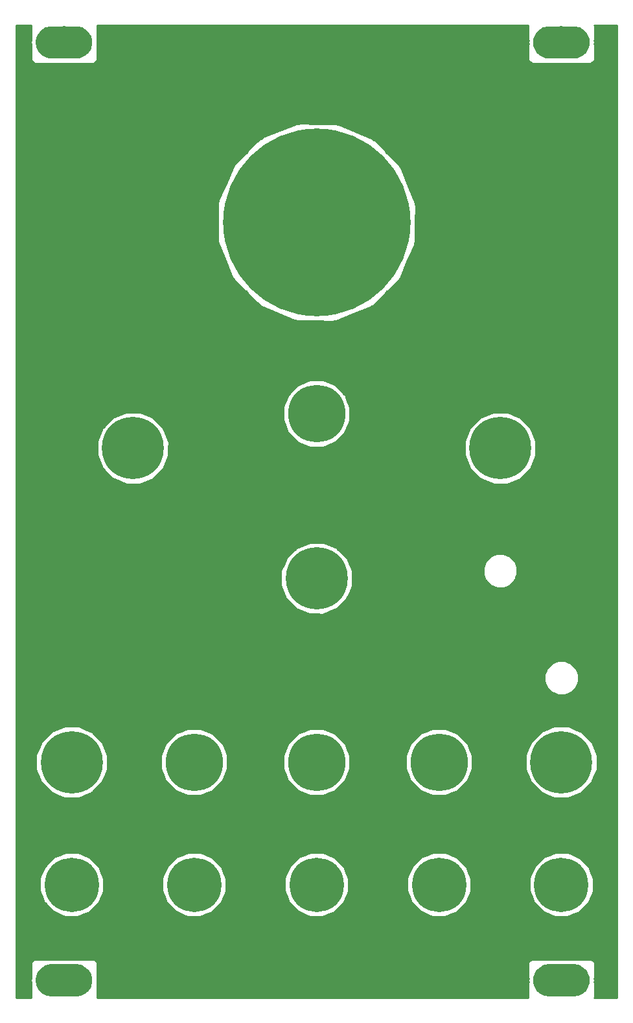
<source format=gbl>
G04 #@! TF.GenerationSoftware,KiCad,Pcbnew,(5.0.0)*
G04 #@! TF.CreationDate,2018-11-12T22:38:03+01:00*
G04 #@! TF.ProjectId,Corona_panel_16hp,436F726F6E615F70616E656C5F313668,1*
G04 #@! TF.SameCoordinates,Original*
G04 #@! TF.FileFunction,Copper,L2,Bot,Signal*
G04 #@! TF.FilePolarity,Positive*
%FSLAX46Y46*%
G04 Gerber Fmt 4.6, Leading zero omitted, Abs format (unit mm)*
G04 Created by KiCad (PCBNEW (5.0.0)) date 11/12/18 22:38:03*
%MOMM*%
%LPD*%
G01*
G04 APERTURE LIST*
G04 #@! TA.AperFunction,Conductor*
%ADD10C,0.100000*%
G04 #@! TD*
G04 #@! TA.AperFunction,WasherPad*
%ADD11C,4.200000*%
G04 #@! TD*
G04 #@! TA.AperFunction,WasherPad*
%ADD12C,7.500000*%
G04 #@! TD*
G04 #@! TA.AperFunction,WasherPad*
%ADD13C,8.100000*%
G04 #@! TD*
G04 #@! TA.AperFunction,WasherPad*
%ADD14C,7.100000*%
G04 #@! TD*
G04 #@! TA.AperFunction,WasherPad*
%ADD15C,24.500000*%
G04 #@! TD*
G04 #@! TA.AperFunction,NonConductor*
%ADD16C,0.254000*%
G04 #@! TD*
G04 APERTURE END LIST*
D10*
G04 #@! TO.N,*
G04 #@! TO.C,MH1*
G36*
X73805836Y-123410111D02*
X74009690Y-123440350D01*
X74209598Y-123490424D01*
X74403635Y-123559852D01*
X74589933Y-123647964D01*
X74766697Y-123753913D01*
X74932226Y-123876677D01*
X75084924Y-124015075D01*
X75223322Y-124167773D01*
X75346086Y-124333302D01*
X75452035Y-124510066D01*
X75540147Y-124696364D01*
X75609575Y-124890401D01*
X75659649Y-125090309D01*
X75689888Y-125294163D01*
X75700000Y-125499999D01*
X75700000Y-125500001D01*
X75689888Y-125705837D01*
X75659649Y-125909691D01*
X75609575Y-126109599D01*
X75540147Y-126303636D01*
X75452035Y-126489934D01*
X75346086Y-126666698D01*
X75223322Y-126832227D01*
X75084924Y-126984925D01*
X74932226Y-127123323D01*
X74766697Y-127246087D01*
X74589933Y-127352036D01*
X74403635Y-127440148D01*
X74209598Y-127509576D01*
X74009690Y-127559650D01*
X73805836Y-127589889D01*
X73600000Y-127600001D01*
X70400000Y-127600001D01*
X70194164Y-127589889D01*
X69990310Y-127559650D01*
X69790402Y-127509576D01*
X69596365Y-127440148D01*
X69410067Y-127352036D01*
X69233303Y-127246087D01*
X69067774Y-127123323D01*
X68915076Y-126984925D01*
X68776678Y-126832227D01*
X68653914Y-126666698D01*
X68547965Y-126489934D01*
X68459853Y-126303636D01*
X68390425Y-126109599D01*
X68340351Y-125909691D01*
X68310112Y-125705837D01*
X68300000Y-125500001D01*
X68300000Y-125499999D01*
X68310112Y-125294163D01*
X68340351Y-125090309D01*
X68390425Y-124890401D01*
X68459853Y-124696364D01*
X68547965Y-124510066D01*
X68653914Y-124333302D01*
X68776678Y-124167773D01*
X68915076Y-124015075D01*
X69067774Y-123876677D01*
X69233303Y-123753913D01*
X69410067Y-123647964D01*
X69596365Y-123559852D01*
X69790402Y-123490424D01*
X69990310Y-123440350D01*
X70194164Y-123410111D01*
X70400000Y-123399999D01*
X73600000Y-123399999D01*
X73805836Y-123410111D01*
X73805836Y-123410111D01*
G37*
D11*
G04 #@! TD*
G04 #@! TO.P,MH1,*
G04 #@! TO.N,*
X72000000Y-125500000D03*
D10*
G04 #@! TO.N,*
G04 #@! TO.C,MH1*
G36*
X8805836Y-123410111D02*
X9009690Y-123440350D01*
X9209598Y-123490424D01*
X9403635Y-123559852D01*
X9589933Y-123647964D01*
X9766697Y-123753913D01*
X9932226Y-123876677D01*
X10084924Y-124015075D01*
X10223322Y-124167773D01*
X10346086Y-124333302D01*
X10452035Y-124510066D01*
X10540147Y-124696364D01*
X10609575Y-124890401D01*
X10659649Y-125090309D01*
X10689888Y-125294163D01*
X10700000Y-125499999D01*
X10700000Y-125500001D01*
X10689888Y-125705837D01*
X10659649Y-125909691D01*
X10609575Y-126109599D01*
X10540147Y-126303636D01*
X10452035Y-126489934D01*
X10346086Y-126666698D01*
X10223322Y-126832227D01*
X10084924Y-126984925D01*
X9932226Y-127123323D01*
X9766697Y-127246087D01*
X9589933Y-127352036D01*
X9403635Y-127440148D01*
X9209598Y-127509576D01*
X9009690Y-127559650D01*
X8805836Y-127589889D01*
X8600000Y-127600001D01*
X5400000Y-127600001D01*
X5194164Y-127589889D01*
X4990310Y-127559650D01*
X4790402Y-127509576D01*
X4596365Y-127440148D01*
X4410067Y-127352036D01*
X4233303Y-127246087D01*
X4067774Y-127123323D01*
X3915076Y-126984925D01*
X3776678Y-126832227D01*
X3653914Y-126666698D01*
X3547965Y-126489934D01*
X3459853Y-126303636D01*
X3390425Y-126109599D01*
X3340351Y-125909691D01*
X3310112Y-125705837D01*
X3300000Y-125500001D01*
X3300000Y-125499999D01*
X3310112Y-125294163D01*
X3340351Y-125090309D01*
X3390425Y-124890401D01*
X3459853Y-124696364D01*
X3547965Y-124510066D01*
X3653914Y-124333302D01*
X3776678Y-124167773D01*
X3915076Y-124015075D01*
X4067774Y-123876677D01*
X4233303Y-123753913D01*
X4410067Y-123647964D01*
X4596365Y-123559852D01*
X4790402Y-123490424D01*
X4990310Y-123440350D01*
X5194164Y-123410111D01*
X5400000Y-123399999D01*
X8600000Y-123399999D01*
X8805836Y-123410111D01*
X8805836Y-123410111D01*
G37*
D11*
G04 #@! TD*
G04 #@! TO.P,MH1,*
G04 #@! TO.N,*
X7000000Y-125500000D03*
D12*
G04 #@! TO.P,MH5,*
G04 #@! TO.N,*
X56000000Y-97000000D03*
G04 #@! TD*
G04 #@! TO.P,MH5,*
G04 #@! TO.N,*
X40000000Y-97000000D03*
G04 #@! TD*
G04 #@! TO.P,MH5,*
G04 #@! TO.N,*
X24000000Y-97000000D03*
G04 #@! TD*
D13*
G04 #@! TO.P,MH6,*
G04 #@! TO.N,*
X40000000Y-73000000D03*
G04 #@! TD*
D14*
G04 #@! TO.P,MH3,*
G04 #@! TO.N,*
X24000000Y-113000000D03*
G04 #@! TD*
G04 #@! TO.P,MH3,*
G04 #@! TO.N,*
X72000000Y-113000000D03*
G04 #@! TD*
G04 #@! TO.P,MH3,*
G04 #@! TO.N,*
X56000000Y-113000000D03*
G04 #@! TD*
G04 #@! TO.P,MH3,*
G04 #@! TO.N,*
X40000000Y-113000000D03*
G04 #@! TD*
D13*
G04 #@! TO.P,MH6,*
G04 #@! TO.N,*
X72000000Y-97000000D03*
G04 #@! TD*
G04 #@! TO.P,MH6,*
G04 #@! TO.N,*
X8000000Y-97000000D03*
G04 #@! TD*
G04 #@! TO.P,MH6,*
G04 #@! TO.N,*
X16000000Y-56000000D03*
G04 #@! TD*
D10*
G04 #@! TO.N,*
G04 #@! TO.C,MH1*
G36*
X73805836Y-910111D02*
X74009690Y-940350D01*
X74209598Y-990424D01*
X74403635Y-1059852D01*
X74589933Y-1147964D01*
X74766697Y-1253913D01*
X74932226Y-1376677D01*
X75084924Y-1515075D01*
X75223322Y-1667773D01*
X75346086Y-1833302D01*
X75452035Y-2010066D01*
X75540147Y-2196364D01*
X75609575Y-2390401D01*
X75659649Y-2590309D01*
X75689888Y-2794163D01*
X75700000Y-2999999D01*
X75700000Y-3000001D01*
X75689888Y-3205837D01*
X75659649Y-3409691D01*
X75609575Y-3609599D01*
X75540147Y-3803636D01*
X75452035Y-3989934D01*
X75346086Y-4166698D01*
X75223322Y-4332227D01*
X75084924Y-4484925D01*
X74932226Y-4623323D01*
X74766697Y-4746087D01*
X74589933Y-4852036D01*
X74403635Y-4940148D01*
X74209598Y-5009576D01*
X74009690Y-5059650D01*
X73805836Y-5089889D01*
X73600000Y-5100001D01*
X70400000Y-5100001D01*
X70194164Y-5089889D01*
X69990310Y-5059650D01*
X69790402Y-5009576D01*
X69596365Y-4940148D01*
X69410067Y-4852036D01*
X69233303Y-4746087D01*
X69067774Y-4623323D01*
X68915076Y-4484925D01*
X68776678Y-4332227D01*
X68653914Y-4166698D01*
X68547965Y-3989934D01*
X68459853Y-3803636D01*
X68390425Y-3609599D01*
X68340351Y-3409691D01*
X68310112Y-3205837D01*
X68300000Y-3000001D01*
X68300000Y-2999999D01*
X68310112Y-2794163D01*
X68340351Y-2590309D01*
X68390425Y-2390401D01*
X68459853Y-2196364D01*
X68547965Y-2010066D01*
X68653914Y-1833302D01*
X68776678Y-1667773D01*
X68915076Y-1515075D01*
X69067774Y-1376677D01*
X69233303Y-1253913D01*
X69410067Y-1147964D01*
X69596365Y-1059852D01*
X69790402Y-990424D01*
X69990310Y-940350D01*
X70194164Y-910111D01*
X70400000Y-899999D01*
X73600000Y-899999D01*
X73805836Y-910111D01*
X73805836Y-910111D01*
G37*
D11*
G04 #@! TD*
G04 #@! TO.P,MH1,*
G04 #@! TO.N,*
X72000000Y-3000000D03*
D10*
G04 #@! TO.N,*
G04 #@! TO.C,MH1*
G36*
X8805836Y-910111D02*
X9009690Y-940350D01*
X9209598Y-990424D01*
X9403635Y-1059852D01*
X9589933Y-1147964D01*
X9766697Y-1253913D01*
X9932226Y-1376677D01*
X10084924Y-1515075D01*
X10223322Y-1667773D01*
X10346086Y-1833302D01*
X10452035Y-2010066D01*
X10540147Y-2196364D01*
X10609575Y-2390401D01*
X10659649Y-2590309D01*
X10689888Y-2794163D01*
X10700000Y-2999999D01*
X10700000Y-3000001D01*
X10689888Y-3205837D01*
X10659649Y-3409691D01*
X10609575Y-3609599D01*
X10540147Y-3803636D01*
X10452035Y-3989934D01*
X10346086Y-4166698D01*
X10223322Y-4332227D01*
X10084924Y-4484925D01*
X9932226Y-4623323D01*
X9766697Y-4746087D01*
X9589933Y-4852036D01*
X9403635Y-4940148D01*
X9209598Y-5009576D01*
X9009690Y-5059650D01*
X8805836Y-5089889D01*
X8600000Y-5100001D01*
X5400000Y-5100001D01*
X5194164Y-5089889D01*
X4990310Y-5059650D01*
X4790402Y-5009576D01*
X4596365Y-4940148D01*
X4410067Y-4852036D01*
X4233303Y-4746087D01*
X4067774Y-4623323D01*
X3915076Y-4484925D01*
X3776678Y-4332227D01*
X3653914Y-4166698D01*
X3547965Y-3989934D01*
X3459853Y-3803636D01*
X3390425Y-3609599D01*
X3340351Y-3409691D01*
X3310112Y-3205837D01*
X3300000Y-3000001D01*
X3300000Y-2999999D01*
X3310112Y-2794163D01*
X3340351Y-2590309D01*
X3390425Y-2390401D01*
X3459853Y-2196364D01*
X3547965Y-2010066D01*
X3653914Y-1833302D01*
X3776678Y-1667773D01*
X3915076Y-1515075D01*
X4067774Y-1376677D01*
X4233303Y-1253913D01*
X4410067Y-1147964D01*
X4596365Y-1059852D01*
X4790402Y-990424D01*
X4990310Y-940350D01*
X5194164Y-910111D01*
X5400000Y-899999D01*
X8600000Y-899999D01*
X8805836Y-910111D01*
X8805836Y-910111D01*
G37*
D11*
G04 #@! TD*
G04 #@! TO.P,MH1,*
G04 #@! TO.N,*
X7000000Y-3000000D03*
D13*
G04 #@! TO.P,MH6,*
G04 #@! TO.N,*
X64000000Y-56000000D03*
G04 #@! TD*
D14*
G04 #@! TO.P,MH3,*
G04 #@! TO.N,*
X8000000Y-113000000D03*
G04 #@! TD*
D12*
G04 #@! TO.P,MH5,*
G04 #@! TO.N,*
X40000000Y-51500000D03*
G04 #@! TD*
D15*
G04 #@! TO.P,REF\002A\002A,*
G04 #@! TO.N,*
X40000000Y-26500000D03*
G04 #@! TD*
D16*
G36*
X2665000Y-773690D02*
X2665000Y-2714250D01*
X2702033Y-2751283D01*
X2652560Y-2999999D01*
X2652560Y-3000001D01*
X2702033Y-3248717D01*
X2665000Y-3285750D01*
X2665000Y-5226310D01*
X2761673Y-5459699D01*
X2940302Y-5638327D01*
X3173691Y-5735000D01*
X5337455Y-5735000D01*
X5400000Y-5747441D01*
X8600000Y-5747441D01*
X8662545Y-5735000D01*
X10826309Y-5735000D01*
X11059698Y-5638327D01*
X11238327Y-5459699D01*
X11335000Y-5226310D01*
X11335000Y-3285750D01*
X11297967Y-3248717D01*
X11347440Y-3000001D01*
X11347440Y-2999999D01*
X11297967Y-2751283D01*
X11335000Y-2714250D01*
X11335000Y-773690D01*
X11318974Y-735000D01*
X67681026Y-735000D01*
X67665000Y-773690D01*
X67665000Y-2714250D01*
X67702033Y-2751283D01*
X67652560Y-2999999D01*
X67652560Y-3000001D01*
X67702033Y-3248717D01*
X67665000Y-3285750D01*
X67665000Y-5226310D01*
X67761673Y-5459699D01*
X67940302Y-5638327D01*
X68173691Y-5735000D01*
X70337455Y-5735000D01*
X70400000Y-5747441D01*
X73600000Y-5747441D01*
X73662545Y-5735000D01*
X75826309Y-5735000D01*
X76059698Y-5638327D01*
X76238327Y-5459699D01*
X76335000Y-5226310D01*
X76335000Y-3285750D01*
X76297967Y-3248717D01*
X76347440Y-3000001D01*
X76347440Y-2999999D01*
X76297967Y-2751283D01*
X76335000Y-2714250D01*
X76335000Y-773690D01*
X76318974Y-735000D01*
X79265000Y-735000D01*
X79265001Y-127765000D01*
X76318974Y-127765000D01*
X76335000Y-127726310D01*
X76335000Y-125785750D01*
X76297967Y-125748717D01*
X76347440Y-125500001D01*
X76347440Y-125499999D01*
X76297967Y-125251283D01*
X76335000Y-125214250D01*
X76335000Y-123273690D01*
X76238327Y-123040301D01*
X76059698Y-122861673D01*
X75826309Y-122765000D01*
X73662545Y-122765000D01*
X73600000Y-122752559D01*
X70400000Y-122752559D01*
X70337455Y-122765000D01*
X68173691Y-122765000D01*
X67940302Y-122861673D01*
X67761673Y-123040301D01*
X67665000Y-123273690D01*
X67665000Y-125214250D01*
X67702033Y-125251283D01*
X67652560Y-125499999D01*
X67652560Y-125500001D01*
X67702033Y-125748717D01*
X67665000Y-125785750D01*
X67665000Y-127726310D01*
X67681026Y-127765000D01*
X11318974Y-127765000D01*
X11335000Y-127726310D01*
X11335000Y-125785750D01*
X11297967Y-125748717D01*
X11347440Y-125500001D01*
X11347440Y-125499999D01*
X11297967Y-125251283D01*
X11335000Y-125214250D01*
X11335000Y-123273690D01*
X11238327Y-123040301D01*
X11059698Y-122861673D01*
X10826309Y-122765000D01*
X8662545Y-122765000D01*
X8600000Y-122752559D01*
X5400000Y-122752559D01*
X5337455Y-122765000D01*
X3173691Y-122765000D01*
X2940302Y-122861673D01*
X2761673Y-123040301D01*
X2665000Y-123273690D01*
X2665000Y-125214250D01*
X2702033Y-125251283D01*
X2652560Y-125499999D01*
X2652560Y-125500001D01*
X2702033Y-125748717D01*
X2665000Y-125785750D01*
X2665000Y-127726310D01*
X2681026Y-127765000D01*
X735000Y-127765000D01*
X735000Y-113792645D01*
X3807279Y-113792645D01*
X3815000Y-113811798D01*
X3815000Y-113832448D01*
X4125959Y-114583171D01*
X4429763Y-115336793D01*
X4451750Y-115369698D01*
X4452128Y-115370612D01*
X4452827Y-115371311D01*
X4474814Y-115404217D01*
X4522313Y-115440797D01*
X5559203Y-116477687D01*
X5595783Y-116525186D01*
X5614785Y-116533269D01*
X5629388Y-116547872D01*
X6380103Y-116858828D01*
X7127823Y-117176901D01*
X7148473Y-117177097D01*
X7167552Y-117185000D01*
X7980123Y-117185000D01*
X8792645Y-117192721D01*
X8811798Y-117185000D01*
X8832448Y-117185000D01*
X9583171Y-116874041D01*
X10336793Y-116570237D01*
X10369698Y-116548250D01*
X10370612Y-116547872D01*
X10371311Y-116547173D01*
X10404217Y-116525186D01*
X10440797Y-116477687D01*
X11477687Y-115440797D01*
X11525186Y-115404217D01*
X11533269Y-115385215D01*
X11547872Y-115370612D01*
X11858828Y-114619897D01*
X12176901Y-113872177D01*
X12177097Y-113851527D01*
X12185000Y-113832448D01*
X12185000Y-113792645D01*
X19807279Y-113792645D01*
X19815000Y-113811798D01*
X19815000Y-113832448D01*
X20125959Y-114583171D01*
X20429763Y-115336793D01*
X20451750Y-115369698D01*
X20452128Y-115370612D01*
X20452827Y-115371311D01*
X20474814Y-115404217D01*
X20522313Y-115440797D01*
X21559203Y-116477687D01*
X21595783Y-116525186D01*
X21614785Y-116533269D01*
X21629388Y-116547872D01*
X22380103Y-116858828D01*
X23127823Y-117176901D01*
X23148473Y-117177097D01*
X23167552Y-117185000D01*
X23980123Y-117185000D01*
X24792645Y-117192721D01*
X24811798Y-117185000D01*
X24832448Y-117185000D01*
X25583171Y-116874041D01*
X26336793Y-116570237D01*
X26369698Y-116548250D01*
X26370612Y-116547872D01*
X26371311Y-116547173D01*
X26404217Y-116525186D01*
X26440797Y-116477687D01*
X27477687Y-115440797D01*
X27525186Y-115404217D01*
X27533269Y-115385215D01*
X27547872Y-115370612D01*
X27858828Y-114619897D01*
X28176901Y-113872177D01*
X28177097Y-113851527D01*
X28185000Y-113832448D01*
X28185000Y-113792645D01*
X35807279Y-113792645D01*
X35815000Y-113811798D01*
X35815000Y-113832448D01*
X36125959Y-114583171D01*
X36429763Y-115336793D01*
X36451750Y-115369698D01*
X36452128Y-115370612D01*
X36452827Y-115371311D01*
X36474814Y-115404217D01*
X36522313Y-115440797D01*
X37559203Y-116477687D01*
X37595783Y-116525186D01*
X37614785Y-116533269D01*
X37629388Y-116547872D01*
X38380103Y-116858828D01*
X39127823Y-117176901D01*
X39148473Y-117177097D01*
X39167552Y-117185000D01*
X39980123Y-117185000D01*
X40792645Y-117192721D01*
X40811798Y-117185000D01*
X40832448Y-117185000D01*
X41583171Y-116874041D01*
X42336793Y-116570237D01*
X42369698Y-116548250D01*
X42370612Y-116547872D01*
X42371311Y-116547173D01*
X42404217Y-116525186D01*
X42440797Y-116477687D01*
X43477687Y-115440797D01*
X43525186Y-115404217D01*
X43533269Y-115385215D01*
X43547872Y-115370612D01*
X43858828Y-114619897D01*
X44176901Y-113872177D01*
X44177097Y-113851527D01*
X44185000Y-113832448D01*
X44185000Y-113792645D01*
X51807279Y-113792645D01*
X51815000Y-113811798D01*
X51815000Y-113832448D01*
X52125959Y-114583171D01*
X52429763Y-115336793D01*
X52451750Y-115369698D01*
X52452128Y-115370612D01*
X52452827Y-115371311D01*
X52474814Y-115404217D01*
X52522313Y-115440797D01*
X53559203Y-116477687D01*
X53595783Y-116525186D01*
X53614785Y-116533269D01*
X53629388Y-116547872D01*
X54380103Y-116858828D01*
X55127823Y-117176901D01*
X55148473Y-117177097D01*
X55167552Y-117185000D01*
X55980123Y-117185000D01*
X56792645Y-117192721D01*
X56811798Y-117185000D01*
X56832448Y-117185000D01*
X57583171Y-116874041D01*
X58336793Y-116570237D01*
X58369698Y-116548250D01*
X58370612Y-116547872D01*
X58371311Y-116547173D01*
X58404217Y-116525186D01*
X58440797Y-116477687D01*
X59477687Y-115440797D01*
X59525186Y-115404217D01*
X59533269Y-115385215D01*
X59547872Y-115370612D01*
X59858828Y-114619897D01*
X60176901Y-113872177D01*
X60177097Y-113851527D01*
X60185000Y-113832448D01*
X60185000Y-113792645D01*
X67807279Y-113792645D01*
X67815000Y-113811798D01*
X67815000Y-113832448D01*
X68125959Y-114583171D01*
X68429763Y-115336793D01*
X68451750Y-115369698D01*
X68452128Y-115370612D01*
X68452827Y-115371311D01*
X68474814Y-115404217D01*
X68522313Y-115440797D01*
X69559203Y-116477687D01*
X69595783Y-116525186D01*
X69614785Y-116533269D01*
X69629388Y-116547872D01*
X70380103Y-116858828D01*
X71127823Y-117176901D01*
X71148473Y-117177097D01*
X71167552Y-117185000D01*
X71980123Y-117185000D01*
X72792645Y-117192721D01*
X72811798Y-117185000D01*
X72832448Y-117185000D01*
X73583171Y-116874041D01*
X74336793Y-116570237D01*
X74369698Y-116548250D01*
X74370612Y-116547872D01*
X74371311Y-116547173D01*
X74404217Y-116525186D01*
X74440797Y-116477687D01*
X75477687Y-115440797D01*
X75525186Y-115404217D01*
X75533269Y-115385215D01*
X75547872Y-115370612D01*
X75858828Y-114619897D01*
X76176901Y-113872177D01*
X76177097Y-113851527D01*
X76185000Y-113832448D01*
X76185000Y-113019877D01*
X76192721Y-112207355D01*
X76185000Y-112188202D01*
X76185000Y-112167552D01*
X75874041Y-111416829D01*
X75570237Y-110663207D01*
X75548250Y-110630302D01*
X75547872Y-110629388D01*
X75547173Y-110628689D01*
X75525186Y-110595783D01*
X75477687Y-110559203D01*
X74440797Y-109522313D01*
X74404217Y-109474814D01*
X74385215Y-109466731D01*
X74370612Y-109452128D01*
X73619897Y-109141172D01*
X72872177Y-108823099D01*
X72851527Y-108822903D01*
X72832448Y-108815000D01*
X72019877Y-108815000D01*
X71207355Y-108807279D01*
X71188202Y-108815000D01*
X71167552Y-108815000D01*
X70416829Y-109125959D01*
X69663207Y-109429763D01*
X69630302Y-109451750D01*
X69629388Y-109452128D01*
X69628689Y-109452827D01*
X69595783Y-109474814D01*
X69559203Y-109522313D01*
X68522313Y-110559203D01*
X68474814Y-110595783D01*
X68466731Y-110614785D01*
X68452128Y-110629388D01*
X68141172Y-111380103D01*
X67823099Y-112127823D01*
X67822903Y-112148473D01*
X67815000Y-112167552D01*
X67815000Y-112980123D01*
X67807279Y-113792645D01*
X60185000Y-113792645D01*
X60185000Y-113019877D01*
X60192721Y-112207355D01*
X60185000Y-112188202D01*
X60185000Y-112167552D01*
X59874041Y-111416829D01*
X59570237Y-110663207D01*
X59548250Y-110630302D01*
X59547872Y-110629388D01*
X59547173Y-110628689D01*
X59525186Y-110595783D01*
X59477687Y-110559203D01*
X58440797Y-109522313D01*
X58404217Y-109474814D01*
X58385215Y-109466731D01*
X58370612Y-109452128D01*
X57619897Y-109141172D01*
X56872177Y-108823099D01*
X56851527Y-108822903D01*
X56832448Y-108815000D01*
X56019877Y-108815000D01*
X55207355Y-108807279D01*
X55188202Y-108815000D01*
X55167552Y-108815000D01*
X54416829Y-109125959D01*
X53663207Y-109429763D01*
X53630302Y-109451750D01*
X53629388Y-109452128D01*
X53628689Y-109452827D01*
X53595783Y-109474814D01*
X53559203Y-109522313D01*
X52522313Y-110559203D01*
X52474814Y-110595783D01*
X52466731Y-110614785D01*
X52452128Y-110629388D01*
X52141172Y-111380103D01*
X51823099Y-112127823D01*
X51822903Y-112148473D01*
X51815000Y-112167552D01*
X51815000Y-112980123D01*
X51807279Y-113792645D01*
X44185000Y-113792645D01*
X44185000Y-113019877D01*
X44192721Y-112207355D01*
X44185000Y-112188202D01*
X44185000Y-112167552D01*
X43874041Y-111416829D01*
X43570237Y-110663207D01*
X43548250Y-110630302D01*
X43547872Y-110629388D01*
X43547173Y-110628689D01*
X43525186Y-110595783D01*
X43477687Y-110559203D01*
X42440797Y-109522313D01*
X42404217Y-109474814D01*
X42385215Y-109466731D01*
X42370612Y-109452128D01*
X41619897Y-109141172D01*
X40872177Y-108823099D01*
X40851527Y-108822903D01*
X40832448Y-108815000D01*
X40019877Y-108815000D01*
X39207355Y-108807279D01*
X39188202Y-108815000D01*
X39167552Y-108815000D01*
X38416829Y-109125959D01*
X37663207Y-109429763D01*
X37630302Y-109451750D01*
X37629388Y-109452128D01*
X37628689Y-109452827D01*
X37595783Y-109474814D01*
X37559203Y-109522313D01*
X36522313Y-110559203D01*
X36474814Y-110595783D01*
X36466731Y-110614785D01*
X36452128Y-110629388D01*
X36141172Y-111380103D01*
X35823099Y-112127823D01*
X35822903Y-112148473D01*
X35815000Y-112167552D01*
X35815000Y-112980123D01*
X35807279Y-113792645D01*
X28185000Y-113792645D01*
X28185000Y-113019877D01*
X28192721Y-112207355D01*
X28185000Y-112188202D01*
X28185000Y-112167552D01*
X27874041Y-111416829D01*
X27570237Y-110663207D01*
X27548250Y-110630302D01*
X27547872Y-110629388D01*
X27547173Y-110628689D01*
X27525186Y-110595783D01*
X27477687Y-110559203D01*
X26440797Y-109522313D01*
X26404217Y-109474814D01*
X26385215Y-109466731D01*
X26370612Y-109452128D01*
X25619897Y-109141172D01*
X24872177Y-108823099D01*
X24851527Y-108822903D01*
X24832448Y-108815000D01*
X24019877Y-108815000D01*
X23207355Y-108807279D01*
X23188202Y-108815000D01*
X23167552Y-108815000D01*
X22416829Y-109125959D01*
X21663207Y-109429763D01*
X21630302Y-109451750D01*
X21629388Y-109452128D01*
X21628689Y-109452827D01*
X21595783Y-109474814D01*
X21559203Y-109522313D01*
X20522313Y-110559203D01*
X20474814Y-110595783D01*
X20466731Y-110614785D01*
X20452128Y-110629388D01*
X20141172Y-111380103D01*
X19823099Y-112127823D01*
X19822903Y-112148473D01*
X19815000Y-112167552D01*
X19815000Y-112980123D01*
X19807279Y-113792645D01*
X12185000Y-113792645D01*
X12185000Y-113019877D01*
X12192721Y-112207355D01*
X12185000Y-112188202D01*
X12185000Y-112167552D01*
X11874041Y-111416829D01*
X11570237Y-110663207D01*
X11548250Y-110630302D01*
X11547872Y-110629388D01*
X11547173Y-110628689D01*
X11525186Y-110595783D01*
X11477687Y-110559203D01*
X10440797Y-109522313D01*
X10404217Y-109474814D01*
X10385215Y-109466731D01*
X10370612Y-109452128D01*
X9619897Y-109141172D01*
X8872177Y-108823099D01*
X8851527Y-108822903D01*
X8832448Y-108815000D01*
X8019877Y-108815000D01*
X7207355Y-108807279D01*
X7188202Y-108815000D01*
X7167552Y-108815000D01*
X6416829Y-109125959D01*
X5663207Y-109429763D01*
X5630302Y-109451750D01*
X5629388Y-109452128D01*
X5628689Y-109452827D01*
X5595783Y-109474814D01*
X5559203Y-109522313D01*
X4522313Y-110559203D01*
X4474814Y-110595783D01*
X4466731Y-110614785D01*
X4452128Y-110629388D01*
X4141172Y-111380103D01*
X3823099Y-112127823D01*
X3822903Y-112148473D01*
X3815000Y-112167552D01*
X3815000Y-112980123D01*
X3807279Y-113792645D01*
X735000Y-113792645D01*
X735000Y-97872426D01*
X3303561Y-97872426D01*
X3315000Y-97901064D01*
X3315000Y-97931905D01*
X3660287Y-98765501D01*
X3994919Y-99603266D01*
X4027492Y-99652015D01*
X4028248Y-99653840D01*
X4029645Y-99655237D01*
X4062218Y-99703986D01*
X4145526Y-99771118D01*
X5228882Y-100854474D01*
X5296014Y-100937782D01*
X5324351Y-100949943D01*
X5346160Y-100971752D01*
X6179757Y-101317039D01*
X7008767Y-101672807D01*
X7039602Y-101673198D01*
X7068095Y-101685000D01*
X7970327Y-101685000D01*
X8872426Y-101696439D01*
X8901064Y-101685000D01*
X8931905Y-101685000D01*
X9765501Y-101339713D01*
X10603266Y-101005081D01*
X10652015Y-100972508D01*
X10653840Y-100971752D01*
X10655237Y-100970355D01*
X10703986Y-100937782D01*
X10771118Y-100854474D01*
X11854474Y-99771118D01*
X11937782Y-99703986D01*
X11949943Y-99675649D01*
X11971752Y-99653840D01*
X12317039Y-98820243D01*
X12672807Y-97991233D01*
X12673198Y-97960398D01*
X12685000Y-97931905D01*
X12685000Y-97824558D01*
X19605786Y-97824558D01*
X19615000Y-97847504D01*
X19615000Y-97872231D01*
X19939662Y-98656033D01*
X20255820Y-99443385D01*
X20282061Y-99482657D01*
X20282577Y-99483903D01*
X20283530Y-99484856D01*
X20309771Y-99524128D01*
X20370439Y-99571765D01*
X21428235Y-100629561D01*
X21475872Y-100690229D01*
X21498614Y-100699940D01*
X21516097Y-100717423D01*
X22299907Y-101042088D01*
X23080199Y-101375269D01*
X23104925Y-101375538D01*
X23127769Y-101385000D01*
X23976180Y-101385000D01*
X24824558Y-101394214D01*
X24847504Y-101385000D01*
X24872231Y-101385000D01*
X25656033Y-101060338D01*
X26443385Y-100744180D01*
X26482657Y-100717939D01*
X26483903Y-100717423D01*
X26484856Y-100716470D01*
X26524128Y-100690229D01*
X26571765Y-100629561D01*
X27629561Y-99571765D01*
X27690229Y-99524128D01*
X27699940Y-99501386D01*
X27717423Y-99483903D01*
X28042088Y-98700093D01*
X28375269Y-97919801D01*
X28375538Y-97895075D01*
X28385000Y-97872231D01*
X28385000Y-97824558D01*
X35605786Y-97824558D01*
X35615000Y-97847504D01*
X35615000Y-97872231D01*
X35939662Y-98656033D01*
X36255820Y-99443385D01*
X36282061Y-99482657D01*
X36282577Y-99483903D01*
X36283530Y-99484856D01*
X36309771Y-99524128D01*
X36370439Y-99571765D01*
X37428235Y-100629561D01*
X37475872Y-100690229D01*
X37498614Y-100699940D01*
X37516097Y-100717423D01*
X38299907Y-101042088D01*
X39080199Y-101375269D01*
X39104925Y-101375538D01*
X39127769Y-101385000D01*
X39976180Y-101385000D01*
X40824558Y-101394214D01*
X40847504Y-101385000D01*
X40872231Y-101385000D01*
X41656033Y-101060338D01*
X42443385Y-100744180D01*
X42482657Y-100717939D01*
X42483903Y-100717423D01*
X42484856Y-100716470D01*
X42524128Y-100690229D01*
X42571765Y-100629561D01*
X43629561Y-99571765D01*
X43690229Y-99524128D01*
X43699940Y-99501386D01*
X43717423Y-99483903D01*
X44042088Y-98700093D01*
X44375269Y-97919801D01*
X44375538Y-97895075D01*
X44385000Y-97872231D01*
X44385000Y-97824558D01*
X51605786Y-97824558D01*
X51615000Y-97847504D01*
X51615000Y-97872231D01*
X51939662Y-98656033D01*
X52255820Y-99443385D01*
X52282061Y-99482657D01*
X52282577Y-99483903D01*
X52283530Y-99484856D01*
X52309771Y-99524128D01*
X52370439Y-99571765D01*
X53428235Y-100629561D01*
X53475872Y-100690229D01*
X53498614Y-100699940D01*
X53516097Y-100717423D01*
X54299907Y-101042088D01*
X55080199Y-101375269D01*
X55104925Y-101375538D01*
X55127769Y-101385000D01*
X55976180Y-101385000D01*
X56824558Y-101394214D01*
X56847504Y-101385000D01*
X56872231Y-101385000D01*
X57656033Y-101060338D01*
X58443385Y-100744180D01*
X58482657Y-100717939D01*
X58483903Y-100717423D01*
X58484856Y-100716470D01*
X58524128Y-100690229D01*
X58571765Y-100629561D01*
X59629561Y-99571765D01*
X59690229Y-99524128D01*
X59699940Y-99501386D01*
X59717423Y-99483903D01*
X60042088Y-98700093D01*
X60375269Y-97919801D01*
X60375538Y-97895075D01*
X60384919Y-97872426D01*
X67303561Y-97872426D01*
X67315000Y-97901064D01*
X67315000Y-97931905D01*
X67660287Y-98765501D01*
X67994919Y-99603266D01*
X68027492Y-99652015D01*
X68028248Y-99653840D01*
X68029645Y-99655237D01*
X68062218Y-99703986D01*
X68145526Y-99771118D01*
X69228882Y-100854474D01*
X69296014Y-100937782D01*
X69324351Y-100949943D01*
X69346160Y-100971752D01*
X70179757Y-101317039D01*
X71008767Y-101672807D01*
X71039602Y-101673198D01*
X71068095Y-101685000D01*
X71970327Y-101685000D01*
X72872426Y-101696439D01*
X72901064Y-101685000D01*
X72931905Y-101685000D01*
X73765501Y-101339713D01*
X74603266Y-101005081D01*
X74652015Y-100972508D01*
X74653840Y-100971752D01*
X74655237Y-100970355D01*
X74703986Y-100937782D01*
X74771118Y-100854474D01*
X75854474Y-99771118D01*
X75937782Y-99703986D01*
X75949943Y-99675649D01*
X75971752Y-99653840D01*
X76317039Y-98820243D01*
X76672807Y-97991233D01*
X76673198Y-97960398D01*
X76685000Y-97931905D01*
X76685000Y-97029673D01*
X76696439Y-96127574D01*
X76685000Y-96098936D01*
X76685000Y-96068095D01*
X76339713Y-95234499D01*
X76005081Y-94396734D01*
X75972508Y-94347985D01*
X75971752Y-94346160D01*
X75970355Y-94344763D01*
X75937782Y-94296014D01*
X75854474Y-94228882D01*
X74771118Y-93145526D01*
X74703986Y-93062218D01*
X74675649Y-93050057D01*
X74653840Y-93028248D01*
X73820243Y-92682961D01*
X72991233Y-92327193D01*
X72960398Y-92326802D01*
X72931905Y-92315000D01*
X72029673Y-92315000D01*
X71127574Y-92303561D01*
X71098936Y-92315000D01*
X71068095Y-92315000D01*
X70234499Y-92660287D01*
X69396734Y-92994919D01*
X69347985Y-93027492D01*
X69346160Y-93028248D01*
X69344763Y-93029645D01*
X69296014Y-93062218D01*
X69228882Y-93145526D01*
X68145526Y-94228882D01*
X68062218Y-94296014D01*
X68050057Y-94324351D01*
X68028248Y-94346160D01*
X67682961Y-95179757D01*
X67327193Y-96008767D01*
X67326802Y-96039602D01*
X67315000Y-96068095D01*
X67315000Y-96970327D01*
X67303561Y-97872426D01*
X60384919Y-97872426D01*
X60385000Y-97872231D01*
X60385000Y-97023820D01*
X60394214Y-96175442D01*
X60385000Y-96152496D01*
X60385000Y-96127769D01*
X60060338Y-95343967D01*
X59744180Y-94556615D01*
X59717939Y-94517343D01*
X59717423Y-94516097D01*
X59716470Y-94515144D01*
X59690229Y-94475872D01*
X59629561Y-94428235D01*
X58571765Y-93370439D01*
X58524128Y-93309771D01*
X58501386Y-93300060D01*
X58483903Y-93282577D01*
X57700093Y-92957912D01*
X56919801Y-92624731D01*
X56895075Y-92624462D01*
X56872231Y-92615000D01*
X56023820Y-92615000D01*
X55175442Y-92605786D01*
X55152496Y-92615000D01*
X55127769Y-92615000D01*
X54343967Y-92939662D01*
X53556615Y-93255820D01*
X53517343Y-93282061D01*
X53516097Y-93282577D01*
X53515144Y-93283530D01*
X53475872Y-93309771D01*
X53428235Y-93370439D01*
X52370439Y-94428235D01*
X52309771Y-94475872D01*
X52300060Y-94498614D01*
X52282577Y-94516097D01*
X51957912Y-95299907D01*
X51624731Y-96080199D01*
X51624462Y-96104925D01*
X51615000Y-96127769D01*
X51615000Y-96976180D01*
X51605786Y-97824558D01*
X44385000Y-97824558D01*
X44385000Y-97023820D01*
X44394214Y-96175442D01*
X44385000Y-96152496D01*
X44385000Y-96127769D01*
X44060338Y-95343967D01*
X43744180Y-94556615D01*
X43717939Y-94517343D01*
X43717423Y-94516097D01*
X43716470Y-94515144D01*
X43690229Y-94475872D01*
X43629561Y-94428235D01*
X42571765Y-93370439D01*
X42524128Y-93309771D01*
X42501386Y-93300060D01*
X42483903Y-93282577D01*
X41700093Y-92957912D01*
X40919801Y-92624731D01*
X40895075Y-92624462D01*
X40872231Y-92615000D01*
X40023820Y-92615000D01*
X39175442Y-92605786D01*
X39152496Y-92615000D01*
X39127769Y-92615000D01*
X38343967Y-92939662D01*
X37556615Y-93255820D01*
X37517343Y-93282061D01*
X37516097Y-93282577D01*
X37515144Y-93283530D01*
X37475872Y-93309771D01*
X37428235Y-93370439D01*
X36370439Y-94428235D01*
X36309771Y-94475872D01*
X36300060Y-94498614D01*
X36282577Y-94516097D01*
X35957912Y-95299907D01*
X35624731Y-96080199D01*
X35624462Y-96104925D01*
X35615000Y-96127769D01*
X35615000Y-96976180D01*
X35605786Y-97824558D01*
X28385000Y-97824558D01*
X28385000Y-97023820D01*
X28394214Y-96175442D01*
X28385000Y-96152496D01*
X28385000Y-96127769D01*
X28060338Y-95343967D01*
X27744180Y-94556615D01*
X27717939Y-94517343D01*
X27717423Y-94516097D01*
X27716470Y-94515144D01*
X27690229Y-94475872D01*
X27629561Y-94428235D01*
X26571765Y-93370439D01*
X26524128Y-93309771D01*
X26501386Y-93300060D01*
X26483903Y-93282577D01*
X25700093Y-92957912D01*
X24919801Y-92624731D01*
X24895075Y-92624462D01*
X24872231Y-92615000D01*
X24023820Y-92615000D01*
X23175442Y-92605786D01*
X23152496Y-92615000D01*
X23127769Y-92615000D01*
X22343967Y-92939662D01*
X21556615Y-93255820D01*
X21517343Y-93282061D01*
X21516097Y-93282577D01*
X21515144Y-93283530D01*
X21475872Y-93309771D01*
X21428235Y-93370439D01*
X20370439Y-94428235D01*
X20309771Y-94475872D01*
X20300060Y-94498614D01*
X20282577Y-94516097D01*
X19957912Y-95299907D01*
X19624731Y-96080199D01*
X19624462Y-96104925D01*
X19615000Y-96127769D01*
X19615000Y-96976180D01*
X19605786Y-97824558D01*
X12685000Y-97824558D01*
X12685000Y-97029673D01*
X12696439Y-96127574D01*
X12685000Y-96098936D01*
X12685000Y-96068095D01*
X12339713Y-95234499D01*
X12005081Y-94396734D01*
X11972508Y-94347985D01*
X11971752Y-94346160D01*
X11970355Y-94344763D01*
X11937782Y-94296014D01*
X11854474Y-94228882D01*
X10771118Y-93145526D01*
X10703986Y-93062218D01*
X10675649Y-93050057D01*
X10653840Y-93028248D01*
X9820243Y-92682961D01*
X8991233Y-92327193D01*
X8960398Y-92326802D01*
X8931905Y-92315000D01*
X8029673Y-92315000D01*
X7127574Y-92303561D01*
X7098936Y-92315000D01*
X7068095Y-92315000D01*
X6234499Y-92660287D01*
X5396734Y-92994919D01*
X5347985Y-93027492D01*
X5346160Y-93028248D01*
X5344763Y-93029645D01*
X5296014Y-93062218D01*
X5228882Y-93145526D01*
X4145526Y-94228882D01*
X4062218Y-94296014D01*
X4050057Y-94324351D01*
X4028248Y-94346160D01*
X3682961Y-95179757D01*
X3327193Y-96008767D01*
X3326802Y-96039602D01*
X3315000Y-96068095D01*
X3315000Y-96970327D01*
X3303561Y-97872426D01*
X735000Y-97872426D01*
X735000Y-85592346D01*
X69757974Y-85592346D01*
X69765000Y-86018390D01*
X69765000Y-86444569D01*
X69772320Y-86462240D01*
X69772635Y-86481363D01*
X70084640Y-87234610D01*
X70094347Y-87239682D01*
X70105259Y-87266026D01*
X70733974Y-87894741D01*
X70760318Y-87905653D01*
X70765390Y-87915360D01*
X71161708Y-88071914D01*
X71555431Y-88235000D01*
X71574560Y-88235000D01*
X71592346Y-88242026D01*
X72018390Y-88235000D01*
X72444569Y-88235000D01*
X72462240Y-88227680D01*
X72481363Y-88227365D01*
X73234610Y-87915360D01*
X73239682Y-87905653D01*
X73266026Y-87894741D01*
X73894741Y-87266026D01*
X73905653Y-87239682D01*
X73915360Y-87234610D01*
X74071914Y-86838292D01*
X74235000Y-86444569D01*
X74235000Y-86425440D01*
X74242026Y-86407654D01*
X74235000Y-85981610D01*
X74235000Y-85555431D01*
X74227680Y-85537760D01*
X74227365Y-85518637D01*
X73915360Y-84765390D01*
X73905653Y-84760318D01*
X73894741Y-84733974D01*
X73266026Y-84105259D01*
X73239682Y-84094347D01*
X73234610Y-84084640D01*
X72838292Y-83928086D01*
X72444569Y-83765000D01*
X72425440Y-83765000D01*
X72407654Y-83757974D01*
X71981610Y-83765000D01*
X71555431Y-83765000D01*
X71537760Y-83772320D01*
X71518637Y-83772635D01*
X70765390Y-84084640D01*
X70760318Y-84094347D01*
X70733974Y-84105259D01*
X70105259Y-84733974D01*
X70094347Y-84760318D01*
X70084640Y-84765390D01*
X69928086Y-85161708D01*
X69765000Y-85555431D01*
X69765000Y-85574560D01*
X69757974Y-85592346D01*
X735000Y-85592346D01*
X735000Y-73872426D01*
X35303561Y-73872426D01*
X35315000Y-73901064D01*
X35315000Y-73931905D01*
X35660287Y-74765501D01*
X35994919Y-75603266D01*
X36027492Y-75652015D01*
X36028248Y-75653840D01*
X36029645Y-75655237D01*
X36062218Y-75703986D01*
X36145526Y-75771118D01*
X37228882Y-76854474D01*
X37296014Y-76937782D01*
X37324351Y-76949943D01*
X37346160Y-76971752D01*
X38179757Y-77317039D01*
X39008767Y-77672807D01*
X39039602Y-77673198D01*
X39068095Y-77685000D01*
X39970327Y-77685000D01*
X40872426Y-77696439D01*
X40901064Y-77685000D01*
X40931905Y-77685000D01*
X41765501Y-77339713D01*
X42603266Y-77005081D01*
X42652015Y-76972508D01*
X42653840Y-76971752D01*
X42655237Y-76970355D01*
X42703986Y-76937782D01*
X42771118Y-76854474D01*
X43854474Y-75771118D01*
X43937782Y-75703986D01*
X43949943Y-75675649D01*
X43971752Y-75653840D01*
X44317039Y-74820243D01*
X44672807Y-73991233D01*
X44673198Y-73960398D01*
X44685000Y-73931905D01*
X44685000Y-73029673D01*
X44696439Y-72127574D01*
X44685000Y-72098936D01*
X44685000Y-72068095D01*
X44487939Y-71592346D01*
X61757974Y-71592346D01*
X61765000Y-72018390D01*
X61765000Y-72444569D01*
X61772320Y-72462240D01*
X61772635Y-72481363D01*
X62084640Y-73234610D01*
X62094347Y-73239682D01*
X62105259Y-73266026D01*
X62733974Y-73894741D01*
X62760318Y-73905653D01*
X62765390Y-73915360D01*
X63161708Y-74071914D01*
X63555431Y-74235000D01*
X63574560Y-74235000D01*
X63592346Y-74242026D01*
X64018390Y-74235000D01*
X64444569Y-74235000D01*
X64462240Y-74227680D01*
X64481363Y-74227365D01*
X65234610Y-73915360D01*
X65239682Y-73905653D01*
X65266026Y-73894741D01*
X65894741Y-73266026D01*
X65905653Y-73239682D01*
X65915360Y-73234610D01*
X66071914Y-72838292D01*
X66235000Y-72444569D01*
X66235000Y-72425440D01*
X66242026Y-72407654D01*
X66235000Y-71981610D01*
X66235000Y-71555431D01*
X66227680Y-71537760D01*
X66227365Y-71518637D01*
X65915360Y-70765390D01*
X65905653Y-70760318D01*
X65894741Y-70733974D01*
X65266026Y-70105259D01*
X65239682Y-70094347D01*
X65234610Y-70084640D01*
X64838292Y-69928086D01*
X64444569Y-69765000D01*
X64425440Y-69765000D01*
X64407654Y-69757974D01*
X63981610Y-69765000D01*
X63555431Y-69765000D01*
X63537760Y-69772320D01*
X63518637Y-69772635D01*
X62765390Y-70084640D01*
X62760318Y-70094347D01*
X62733974Y-70105259D01*
X62105259Y-70733974D01*
X62094347Y-70760318D01*
X62084640Y-70765390D01*
X61928086Y-71161708D01*
X61765000Y-71555431D01*
X61765000Y-71574560D01*
X61757974Y-71592346D01*
X44487939Y-71592346D01*
X44339713Y-71234499D01*
X44005081Y-70396734D01*
X43972508Y-70347985D01*
X43971752Y-70346160D01*
X43970355Y-70344763D01*
X43937782Y-70296014D01*
X43854474Y-70228882D01*
X42771118Y-69145526D01*
X42703986Y-69062218D01*
X42675649Y-69050057D01*
X42653840Y-69028248D01*
X41820243Y-68682961D01*
X40991233Y-68327193D01*
X40960398Y-68326802D01*
X40931905Y-68315000D01*
X40029673Y-68315000D01*
X39127574Y-68303561D01*
X39098936Y-68315000D01*
X39068095Y-68315000D01*
X38234499Y-68660287D01*
X37396734Y-68994919D01*
X37347985Y-69027492D01*
X37346160Y-69028248D01*
X37344763Y-69029645D01*
X37296014Y-69062218D01*
X37228882Y-69145526D01*
X36145526Y-70228882D01*
X36062218Y-70296014D01*
X36050057Y-70324351D01*
X36028248Y-70346160D01*
X35682961Y-71179757D01*
X35327193Y-72008767D01*
X35326802Y-72039602D01*
X35315000Y-72068095D01*
X35315000Y-72970327D01*
X35303561Y-73872426D01*
X735000Y-73872426D01*
X735000Y-56872426D01*
X11303561Y-56872426D01*
X11315000Y-56901064D01*
X11315000Y-56931905D01*
X11660287Y-57765501D01*
X11994919Y-58603266D01*
X12027492Y-58652015D01*
X12028248Y-58653840D01*
X12029645Y-58655237D01*
X12062218Y-58703986D01*
X12145526Y-58771118D01*
X13228882Y-59854474D01*
X13296014Y-59937782D01*
X13324351Y-59949943D01*
X13346160Y-59971752D01*
X14179757Y-60317039D01*
X15008767Y-60672807D01*
X15039602Y-60673198D01*
X15068095Y-60685000D01*
X15970327Y-60685000D01*
X16872426Y-60696439D01*
X16901064Y-60685000D01*
X16931905Y-60685000D01*
X17765501Y-60339713D01*
X18603266Y-60005081D01*
X18652015Y-59972508D01*
X18653840Y-59971752D01*
X18655237Y-59970355D01*
X18703986Y-59937782D01*
X18771118Y-59854474D01*
X19854474Y-58771118D01*
X19937782Y-58703986D01*
X19949943Y-58675649D01*
X19971752Y-58653840D01*
X20317039Y-57820243D01*
X20672807Y-56991233D01*
X20673198Y-56960398D01*
X20685000Y-56931905D01*
X20685000Y-56872426D01*
X59303561Y-56872426D01*
X59315000Y-56901064D01*
X59315000Y-56931905D01*
X59660287Y-57765501D01*
X59994919Y-58603266D01*
X60027492Y-58652015D01*
X60028248Y-58653840D01*
X60029645Y-58655237D01*
X60062218Y-58703986D01*
X60145526Y-58771118D01*
X61228882Y-59854474D01*
X61296014Y-59937782D01*
X61324351Y-59949943D01*
X61346160Y-59971752D01*
X62179757Y-60317039D01*
X63008767Y-60672807D01*
X63039602Y-60673198D01*
X63068095Y-60685000D01*
X63970327Y-60685000D01*
X64872426Y-60696439D01*
X64901064Y-60685000D01*
X64931905Y-60685000D01*
X65765501Y-60339713D01*
X66603266Y-60005081D01*
X66652015Y-59972508D01*
X66653840Y-59971752D01*
X66655237Y-59970355D01*
X66703986Y-59937782D01*
X66771118Y-59854474D01*
X67854474Y-58771118D01*
X67937782Y-58703986D01*
X67949943Y-58675649D01*
X67971752Y-58653840D01*
X68317039Y-57820243D01*
X68672807Y-56991233D01*
X68673198Y-56960398D01*
X68685000Y-56931905D01*
X68685000Y-56029673D01*
X68696439Y-55127574D01*
X68685000Y-55098936D01*
X68685000Y-55068095D01*
X68339713Y-54234499D01*
X68005081Y-53396734D01*
X67972508Y-53347985D01*
X67971752Y-53346160D01*
X67970355Y-53344763D01*
X67937782Y-53296014D01*
X67854474Y-53228882D01*
X66771118Y-52145526D01*
X66703986Y-52062218D01*
X66675649Y-52050057D01*
X66653840Y-52028248D01*
X65820243Y-51682961D01*
X64991233Y-51327193D01*
X64960398Y-51326802D01*
X64931905Y-51315000D01*
X64029673Y-51315000D01*
X63127574Y-51303561D01*
X63098936Y-51315000D01*
X63068095Y-51315000D01*
X62234499Y-51660287D01*
X61396734Y-51994919D01*
X61347985Y-52027492D01*
X61346160Y-52028248D01*
X61344763Y-52029645D01*
X61296014Y-52062218D01*
X61228882Y-52145526D01*
X60145526Y-53228882D01*
X60062218Y-53296014D01*
X60050057Y-53324351D01*
X60028248Y-53346160D01*
X59682961Y-54179757D01*
X59327193Y-55008767D01*
X59326802Y-55039602D01*
X59315000Y-55068095D01*
X59315000Y-55970327D01*
X59303561Y-56872426D01*
X20685000Y-56872426D01*
X20685000Y-56029673D01*
X20696439Y-55127574D01*
X20685000Y-55098936D01*
X20685000Y-55068095D01*
X20339713Y-54234499D01*
X20005081Y-53396734D01*
X19972508Y-53347985D01*
X19971752Y-53346160D01*
X19970355Y-53344763D01*
X19937782Y-53296014D01*
X19854474Y-53228882D01*
X18950150Y-52324558D01*
X35605786Y-52324558D01*
X35615000Y-52347504D01*
X35615000Y-52372231D01*
X35939662Y-53156033D01*
X36255820Y-53943385D01*
X36282061Y-53982657D01*
X36282577Y-53983903D01*
X36283530Y-53984856D01*
X36309771Y-54024128D01*
X36370439Y-54071765D01*
X37428235Y-55129561D01*
X37475872Y-55190229D01*
X37498614Y-55199940D01*
X37516097Y-55217423D01*
X38299907Y-55542088D01*
X39080199Y-55875269D01*
X39104925Y-55875538D01*
X39127769Y-55885000D01*
X39976180Y-55885000D01*
X40824558Y-55894214D01*
X40847504Y-55885000D01*
X40872231Y-55885000D01*
X41656033Y-55560338D01*
X42443385Y-55244180D01*
X42482657Y-55217939D01*
X42483903Y-55217423D01*
X42484856Y-55216470D01*
X42524128Y-55190229D01*
X42571765Y-55129561D01*
X43629561Y-54071765D01*
X43690229Y-54024128D01*
X43699940Y-54001386D01*
X43717423Y-53983903D01*
X44042088Y-53200093D01*
X44375269Y-52419801D01*
X44375538Y-52395075D01*
X44385000Y-52372231D01*
X44385000Y-51523820D01*
X44394214Y-50675442D01*
X44385000Y-50652496D01*
X44385000Y-50627769D01*
X44060338Y-49843967D01*
X43744180Y-49056615D01*
X43717939Y-49017343D01*
X43717423Y-49016097D01*
X43716470Y-49015144D01*
X43690229Y-48975872D01*
X43629561Y-48928235D01*
X42571765Y-47870439D01*
X42524128Y-47809771D01*
X42501386Y-47800060D01*
X42483903Y-47782577D01*
X41700093Y-47457912D01*
X40919801Y-47124731D01*
X40895075Y-47124462D01*
X40872231Y-47115000D01*
X40023820Y-47115000D01*
X39175442Y-47105786D01*
X39152496Y-47115000D01*
X39127769Y-47115000D01*
X38343967Y-47439662D01*
X37556615Y-47755820D01*
X37517343Y-47782061D01*
X37516097Y-47782577D01*
X37515144Y-47783530D01*
X37475872Y-47809771D01*
X37428235Y-47870439D01*
X36370439Y-48928235D01*
X36309771Y-48975872D01*
X36300060Y-48998614D01*
X36282577Y-49016097D01*
X35957912Y-49799907D01*
X35624731Y-50580199D01*
X35624462Y-50604925D01*
X35615000Y-50627769D01*
X35615000Y-51476180D01*
X35605786Y-52324558D01*
X18950150Y-52324558D01*
X18771118Y-52145526D01*
X18703986Y-52062218D01*
X18675649Y-52050057D01*
X18653840Y-52028248D01*
X17820243Y-51682961D01*
X16991233Y-51327193D01*
X16960398Y-51326802D01*
X16931905Y-51315000D01*
X16029673Y-51315000D01*
X15127574Y-51303561D01*
X15098936Y-51315000D01*
X15068095Y-51315000D01*
X14234499Y-51660287D01*
X13396734Y-51994919D01*
X13347985Y-52027492D01*
X13346160Y-52028248D01*
X13344763Y-52029645D01*
X13296014Y-52062218D01*
X13228882Y-52145526D01*
X12145526Y-53228882D01*
X12062218Y-53296014D01*
X12050057Y-53324351D01*
X12028248Y-53346160D01*
X11682961Y-54179757D01*
X11327193Y-55008767D01*
X11326802Y-55039602D01*
X11315000Y-55068095D01*
X11315000Y-55970327D01*
X11303561Y-56872426D01*
X735000Y-56872426D01*
X735000Y-28680488D01*
X27044786Y-28680488D01*
X27115000Y-28865290D01*
X27115000Y-29062986D01*
X28022828Y-31254676D01*
X28865379Y-33472254D01*
X29065335Y-33771510D01*
X29076625Y-33798766D01*
X29097486Y-33819627D01*
X29297442Y-34118883D01*
X30733322Y-35587072D01*
X30799127Y-35521268D01*
X30978732Y-35700873D01*
X30912928Y-35766678D01*
X32381117Y-37202558D01*
X32561445Y-37283586D01*
X32701234Y-37423375D01*
X34892911Y-38331198D01*
X37056762Y-39303494D01*
X37254368Y-39309345D01*
X37437014Y-39385000D01*
X39809296Y-39385000D01*
X42180488Y-39455214D01*
X42365290Y-39385000D01*
X42562986Y-39385000D01*
X44754676Y-38477172D01*
X46972254Y-37634621D01*
X47271510Y-37434665D01*
X47298766Y-37423375D01*
X47319627Y-37402514D01*
X47618883Y-37202558D01*
X49087072Y-35766678D01*
X49021268Y-35700873D01*
X49200873Y-35521268D01*
X49266678Y-35587072D01*
X50702558Y-34118883D01*
X50783586Y-33938555D01*
X50923375Y-33798766D01*
X51831198Y-31607089D01*
X52803494Y-29443238D01*
X52809345Y-29245632D01*
X52885000Y-29062986D01*
X52885000Y-26690704D01*
X52955214Y-24319512D01*
X52885000Y-24134710D01*
X52885000Y-23937014D01*
X51977172Y-21745324D01*
X51134621Y-19527746D01*
X50934665Y-19228490D01*
X50923375Y-19201234D01*
X50902514Y-19180373D01*
X50702558Y-18881117D01*
X49266678Y-17412928D01*
X49200873Y-17478732D01*
X49021268Y-17299127D01*
X49087072Y-17233322D01*
X47618883Y-15797442D01*
X47438555Y-15716414D01*
X47298766Y-15576625D01*
X45107089Y-14668802D01*
X42943238Y-13696506D01*
X42745632Y-13690655D01*
X42562986Y-13615000D01*
X40190704Y-13615000D01*
X37819512Y-13544786D01*
X37634710Y-13615000D01*
X37437014Y-13615000D01*
X35245324Y-14522828D01*
X33027746Y-15365379D01*
X32728490Y-15565335D01*
X32701234Y-15576625D01*
X32680373Y-15597486D01*
X32381117Y-15797442D01*
X30912928Y-17233322D01*
X30978732Y-17299127D01*
X30799127Y-17478732D01*
X30733322Y-17412928D01*
X29297442Y-18881117D01*
X29216414Y-19061445D01*
X29076625Y-19201234D01*
X28168802Y-21392911D01*
X27196506Y-23556762D01*
X27190655Y-23754368D01*
X27115000Y-23937014D01*
X27115000Y-26309296D01*
X27044786Y-28680488D01*
X735000Y-28680488D01*
X735000Y-735000D01*
X2681026Y-735000D01*
X2665000Y-773690D01*
X2665000Y-773690D01*
G37*
X2665000Y-773690D02*
X2665000Y-2714250D01*
X2702033Y-2751283D01*
X2652560Y-2999999D01*
X2652560Y-3000001D01*
X2702033Y-3248717D01*
X2665000Y-3285750D01*
X2665000Y-5226310D01*
X2761673Y-5459699D01*
X2940302Y-5638327D01*
X3173691Y-5735000D01*
X5337455Y-5735000D01*
X5400000Y-5747441D01*
X8600000Y-5747441D01*
X8662545Y-5735000D01*
X10826309Y-5735000D01*
X11059698Y-5638327D01*
X11238327Y-5459699D01*
X11335000Y-5226310D01*
X11335000Y-3285750D01*
X11297967Y-3248717D01*
X11347440Y-3000001D01*
X11347440Y-2999999D01*
X11297967Y-2751283D01*
X11335000Y-2714250D01*
X11335000Y-773690D01*
X11318974Y-735000D01*
X67681026Y-735000D01*
X67665000Y-773690D01*
X67665000Y-2714250D01*
X67702033Y-2751283D01*
X67652560Y-2999999D01*
X67652560Y-3000001D01*
X67702033Y-3248717D01*
X67665000Y-3285750D01*
X67665000Y-5226310D01*
X67761673Y-5459699D01*
X67940302Y-5638327D01*
X68173691Y-5735000D01*
X70337455Y-5735000D01*
X70400000Y-5747441D01*
X73600000Y-5747441D01*
X73662545Y-5735000D01*
X75826309Y-5735000D01*
X76059698Y-5638327D01*
X76238327Y-5459699D01*
X76335000Y-5226310D01*
X76335000Y-3285750D01*
X76297967Y-3248717D01*
X76347440Y-3000001D01*
X76347440Y-2999999D01*
X76297967Y-2751283D01*
X76335000Y-2714250D01*
X76335000Y-773690D01*
X76318974Y-735000D01*
X79265000Y-735000D01*
X79265001Y-127765000D01*
X76318974Y-127765000D01*
X76335000Y-127726310D01*
X76335000Y-125785750D01*
X76297967Y-125748717D01*
X76347440Y-125500001D01*
X76347440Y-125499999D01*
X76297967Y-125251283D01*
X76335000Y-125214250D01*
X76335000Y-123273690D01*
X76238327Y-123040301D01*
X76059698Y-122861673D01*
X75826309Y-122765000D01*
X73662545Y-122765000D01*
X73600000Y-122752559D01*
X70400000Y-122752559D01*
X70337455Y-122765000D01*
X68173691Y-122765000D01*
X67940302Y-122861673D01*
X67761673Y-123040301D01*
X67665000Y-123273690D01*
X67665000Y-125214250D01*
X67702033Y-125251283D01*
X67652560Y-125499999D01*
X67652560Y-125500001D01*
X67702033Y-125748717D01*
X67665000Y-125785750D01*
X67665000Y-127726310D01*
X67681026Y-127765000D01*
X11318974Y-127765000D01*
X11335000Y-127726310D01*
X11335000Y-125785750D01*
X11297967Y-125748717D01*
X11347440Y-125500001D01*
X11347440Y-125499999D01*
X11297967Y-125251283D01*
X11335000Y-125214250D01*
X11335000Y-123273690D01*
X11238327Y-123040301D01*
X11059698Y-122861673D01*
X10826309Y-122765000D01*
X8662545Y-122765000D01*
X8600000Y-122752559D01*
X5400000Y-122752559D01*
X5337455Y-122765000D01*
X3173691Y-122765000D01*
X2940302Y-122861673D01*
X2761673Y-123040301D01*
X2665000Y-123273690D01*
X2665000Y-125214250D01*
X2702033Y-125251283D01*
X2652560Y-125499999D01*
X2652560Y-125500001D01*
X2702033Y-125748717D01*
X2665000Y-125785750D01*
X2665000Y-127726310D01*
X2681026Y-127765000D01*
X735000Y-127765000D01*
X735000Y-113792645D01*
X3807279Y-113792645D01*
X3815000Y-113811798D01*
X3815000Y-113832448D01*
X4125959Y-114583171D01*
X4429763Y-115336793D01*
X4451750Y-115369698D01*
X4452128Y-115370612D01*
X4452827Y-115371311D01*
X4474814Y-115404217D01*
X4522313Y-115440797D01*
X5559203Y-116477687D01*
X5595783Y-116525186D01*
X5614785Y-116533269D01*
X5629388Y-116547872D01*
X6380103Y-116858828D01*
X7127823Y-117176901D01*
X7148473Y-117177097D01*
X7167552Y-117185000D01*
X7980123Y-117185000D01*
X8792645Y-117192721D01*
X8811798Y-117185000D01*
X8832448Y-117185000D01*
X9583171Y-116874041D01*
X10336793Y-116570237D01*
X10369698Y-116548250D01*
X10370612Y-116547872D01*
X10371311Y-116547173D01*
X10404217Y-116525186D01*
X10440797Y-116477687D01*
X11477687Y-115440797D01*
X11525186Y-115404217D01*
X11533269Y-115385215D01*
X11547872Y-115370612D01*
X11858828Y-114619897D01*
X12176901Y-113872177D01*
X12177097Y-113851527D01*
X12185000Y-113832448D01*
X12185000Y-113792645D01*
X19807279Y-113792645D01*
X19815000Y-113811798D01*
X19815000Y-113832448D01*
X20125959Y-114583171D01*
X20429763Y-115336793D01*
X20451750Y-115369698D01*
X20452128Y-115370612D01*
X20452827Y-115371311D01*
X20474814Y-115404217D01*
X20522313Y-115440797D01*
X21559203Y-116477687D01*
X21595783Y-116525186D01*
X21614785Y-116533269D01*
X21629388Y-116547872D01*
X22380103Y-116858828D01*
X23127823Y-117176901D01*
X23148473Y-117177097D01*
X23167552Y-117185000D01*
X23980123Y-117185000D01*
X24792645Y-117192721D01*
X24811798Y-117185000D01*
X24832448Y-117185000D01*
X25583171Y-116874041D01*
X26336793Y-116570237D01*
X26369698Y-116548250D01*
X26370612Y-116547872D01*
X26371311Y-116547173D01*
X26404217Y-116525186D01*
X26440797Y-116477687D01*
X27477687Y-115440797D01*
X27525186Y-115404217D01*
X27533269Y-115385215D01*
X27547872Y-115370612D01*
X27858828Y-114619897D01*
X28176901Y-113872177D01*
X28177097Y-113851527D01*
X28185000Y-113832448D01*
X28185000Y-113792645D01*
X35807279Y-113792645D01*
X35815000Y-113811798D01*
X35815000Y-113832448D01*
X36125959Y-114583171D01*
X36429763Y-115336793D01*
X36451750Y-115369698D01*
X36452128Y-115370612D01*
X36452827Y-115371311D01*
X36474814Y-115404217D01*
X36522313Y-115440797D01*
X37559203Y-116477687D01*
X37595783Y-116525186D01*
X37614785Y-116533269D01*
X37629388Y-116547872D01*
X38380103Y-116858828D01*
X39127823Y-117176901D01*
X39148473Y-117177097D01*
X39167552Y-117185000D01*
X39980123Y-117185000D01*
X40792645Y-117192721D01*
X40811798Y-117185000D01*
X40832448Y-117185000D01*
X41583171Y-116874041D01*
X42336793Y-116570237D01*
X42369698Y-116548250D01*
X42370612Y-116547872D01*
X42371311Y-116547173D01*
X42404217Y-116525186D01*
X42440797Y-116477687D01*
X43477687Y-115440797D01*
X43525186Y-115404217D01*
X43533269Y-115385215D01*
X43547872Y-115370612D01*
X43858828Y-114619897D01*
X44176901Y-113872177D01*
X44177097Y-113851527D01*
X44185000Y-113832448D01*
X44185000Y-113792645D01*
X51807279Y-113792645D01*
X51815000Y-113811798D01*
X51815000Y-113832448D01*
X52125959Y-114583171D01*
X52429763Y-115336793D01*
X52451750Y-115369698D01*
X52452128Y-115370612D01*
X52452827Y-115371311D01*
X52474814Y-115404217D01*
X52522313Y-115440797D01*
X53559203Y-116477687D01*
X53595783Y-116525186D01*
X53614785Y-116533269D01*
X53629388Y-116547872D01*
X54380103Y-116858828D01*
X55127823Y-117176901D01*
X55148473Y-117177097D01*
X55167552Y-117185000D01*
X55980123Y-117185000D01*
X56792645Y-117192721D01*
X56811798Y-117185000D01*
X56832448Y-117185000D01*
X57583171Y-116874041D01*
X58336793Y-116570237D01*
X58369698Y-116548250D01*
X58370612Y-116547872D01*
X58371311Y-116547173D01*
X58404217Y-116525186D01*
X58440797Y-116477687D01*
X59477687Y-115440797D01*
X59525186Y-115404217D01*
X59533269Y-115385215D01*
X59547872Y-115370612D01*
X59858828Y-114619897D01*
X60176901Y-113872177D01*
X60177097Y-113851527D01*
X60185000Y-113832448D01*
X60185000Y-113792645D01*
X67807279Y-113792645D01*
X67815000Y-113811798D01*
X67815000Y-113832448D01*
X68125959Y-114583171D01*
X68429763Y-115336793D01*
X68451750Y-115369698D01*
X68452128Y-115370612D01*
X68452827Y-115371311D01*
X68474814Y-115404217D01*
X68522313Y-115440797D01*
X69559203Y-116477687D01*
X69595783Y-116525186D01*
X69614785Y-116533269D01*
X69629388Y-116547872D01*
X70380103Y-116858828D01*
X71127823Y-117176901D01*
X71148473Y-117177097D01*
X71167552Y-117185000D01*
X71980123Y-117185000D01*
X72792645Y-117192721D01*
X72811798Y-117185000D01*
X72832448Y-117185000D01*
X73583171Y-116874041D01*
X74336793Y-116570237D01*
X74369698Y-116548250D01*
X74370612Y-116547872D01*
X74371311Y-116547173D01*
X74404217Y-116525186D01*
X74440797Y-116477687D01*
X75477687Y-115440797D01*
X75525186Y-115404217D01*
X75533269Y-115385215D01*
X75547872Y-115370612D01*
X75858828Y-114619897D01*
X76176901Y-113872177D01*
X76177097Y-113851527D01*
X76185000Y-113832448D01*
X76185000Y-113019877D01*
X76192721Y-112207355D01*
X76185000Y-112188202D01*
X76185000Y-112167552D01*
X75874041Y-111416829D01*
X75570237Y-110663207D01*
X75548250Y-110630302D01*
X75547872Y-110629388D01*
X75547173Y-110628689D01*
X75525186Y-110595783D01*
X75477687Y-110559203D01*
X74440797Y-109522313D01*
X74404217Y-109474814D01*
X74385215Y-109466731D01*
X74370612Y-109452128D01*
X73619897Y-109141172D01*
X72872177Y-108823099D01*
X72851527Y-108822903D01*
X72832448Y-108815000D01*
X72019877Y-108815000D01*
X71207355Y-108807279D01*
X71188202Y-108815000D01*
X71167552Y-108815000D01*
X70416829Y-109125959D01*
X69663207Y-109429763D01*
X69630302Y-109451750D01*
X69629388Y-109452128D01*
X69628689Y-109452827D01*
X69595783Y-109474814D01*
X69559203Y-109522313D01*
X68522313Y-110559203D01*
X68474814Y-110595783D01*
X68466731Y-110614785D01*
X68452128Y-110629388D01*
X68141172Y-111380103D01*
X67823099Y-112127823D01*
X67822903Y-112148473D01*
X67815000Y-112167552D01*
X67815000Y-112980123D01*
X67807279Y-113792645D01*
X60185000Y-113792645D01*
X60185000Y-113019877D01*
X60192721Y-112207355D01*
X60185000Y-112188202D01*
X60185000Y-112167552D01*
X59874041Y-111416829D01*
X59570237Y-110663207D01*
X59548250Y-110630302D01*
X59547872Y-110629388D01*
X59547173Y-110628689D01*
X59525186Y-110595783D01*
X59477687Y-110559203D01*
X58440797Y-109522313D01*
X58404217Y-109474814D01*
X58385215Y-109466731D01*
X58370612Y-109452128D01*
X57619897Y-109141172D01*
X56872177Y-108823099D01*
X56851527Y-108822903D01*
X56832448Y-108815000D01*
X56019877Y-108815000D01*
X55207355Y-108807279D01*
X55188202Y-108815000D01*
X55167552Y-108815000D01*
X54416829Y-109125959D01*
X53663207Y-109429763D01*
X53630302Y-109451750D01*
X53629388Y-109452128D01*
X53628689Y-109452827D01*
X53595783Y-109474814D01*
X53559203Y-109522313D01*
X52522313Y-110559203D01*
X52474814Y-110595783D01*
X52466731Y-110614785D01*
X52452128Y-110629388D01*
X52141172Y-111380103D01*
X51823099Y-112127823D01*
X51822903Y-112148473D01*
X51815000Y-112167552D01*
X51815000Y-112980123D01*
X51807279Y-113792645D01*
X44185000Y-113792645D01*
X44185000Y-113019877D01*
X44192721Y-112207355D01*
X44185000Y-112188202D01*
X44185000Y-112167552D01*
X43874041Y-111416829D01*
X43570237Y-110663207D01*
X43548250Y-110630302D01*
X43547872Y-110629388D01*
X43547173Y-110628689D01*
X43525186Y-110595783D01*
X43477687Y-110559203D01*
X42440797Y-109522313D01*
X42404217Y-109474814D01*
X42385215Y-109466731D01*
X42370612Y-109452128D01*
X41619897Y-109141172D01*
X40872177Y-108823099D01*
X40851527Y-108822903D01*
X40832448Y-108815000D01*
X40019877Y-108815000D01*
X39207355Y-108807279D01*
X39188202Y-108815000D01*
X39167552Y-108815000D01*
X38416829Y-109125959D01*
X37663207Y-109429763D01*
X37630302Y-109451750D01*
X37629388Y-109452128D01*
X37628689Y-109452827D01*
X37595783Y-109474814D01*
X37559203Y-109522313D01*
X36522313Y-110559203D01*
X36474814Y-110595783D01*
X36466731Y-110614785D01*
X36452128Y-110629388D01*
X36141172Y-111380103D01*
X35823099Y-112127823D01*
X35822903Y-112148473D01*
X35815000Y-112167552D01*
X35815000Y-112980123D01*
X35807279Y-113792645D01*
X28185000Y-113792645D01*
X28185000Y-113019877D01*
X28192721Y-112207355D01*
X28185000Y-112188202D01*
X28185000Y-112167552D01*
X27874041Y-111416829D01*
X27570237Y-110663207D01*
X27548250Y-110630302D01*
X27547872Y-110629388D01*
X27547173Y-110628689D01*
X27525186Y-110595783D01*
X27477687Y-110559203D01*
X26440797Y-109522313D01*
X26404217Y-109474814D01*
X26385215Y-109466731D01*
X26370612Y-109452128D01*
X25619897Y-109141172D01*
X24872177Y-108823099D01*
X24851527Y-108822903D01*
X24832448Y-108815000D01*
X24019877Y-108815000D01*
X23207355Y-108807279D01*
X23188202Y-108815000D01*
X23167552Y-108815000D01*
X22416829Y-109125959D01*
X21663207Y-109429763D01*
X21630302Y-109451750D01*
X21629388Y-109452128D01*
X21628689Y-109452827D01*
X21595783Y-109474814D01*
X21559203Y-109522313D01*
X20522313Y-110559203D01*
X20474814Y-110595783D01*
X20466731Y-110614785D01*
X20452128Y-110629388D01*
X20141172Y-111380103D01*
X19823099Y-112127823D01*
X19822903Y-112148473D01*
X19815000Y-112167552D01*
X19815000Y-112980123D01*
X19807279Y-113792645D01*
X12185000Y-113792645D01*
X12185000Y-113019877D01*
X12192721Y-112207355D01*
X12185000Y-112188202D01*
X12185000Y-112167552D01*
X11874041Y-111416829D01*
X11570237Y-110663207D01*
X11548250Y-110630302D01*
X11547872Y-110629388D01*
X11547173Y-110628689D01*
X11525186Y-110595783D01*
X11477687Y-110559203D01*
X10440797Y-109522313D01*
X10404217Y-109474814D01*
X10385215Y-109466731D01*
X10370612Y-109452128D01*
X9619897Y-109141172D01*
X8872177Y-108823099D01*
X8851527Y-108822903D01*
X8832448Y-108815000D01*
X8019877Y-108815000D01*
X7207355Y-108807279D01*
X7188202Y-108815000D01*
X7167552Y-108815000D01*
X6416829Y-109125959D01*
X5663207Y-109429763D01*
X5630302Y-109451750D01*
X5629388Y-109452128D01*
X5628689Y-109452827D01*
X5595783Y-109474814D01*
X5559203Y-109522313D01*
X4522313Y-110559203D01*
X4474814Y-110595783D01*
X4466731Y-110614785D01*
X4452128Y-110629388D01*
X4141172Y-111380103D01*
X3823099Y-112127823D01*
X3822903Y-112148473D01*
X3815000Y-112167552D01*
X3815000Y-112980123D01*
X3807279Y-113792645D01*
X735000Y-113792645D01*
X735000Y-97872426D01*
X3303561Y-97872426D01*
X3315000Y-97901064D01*
X3315000Y-97931905D01*
X3660287Y-98765501D01*
X3994919Y-99603266D01*
X4027492Y-99652015D01*
X4028248Y-99653840D01*
X4029645Y-99655237D01*
X4062218Y-99703986D01*
X4145526Y-99771118D01*
X5228882Y-100854474D01*
X5296014Y-100937782D01*
X5324351Y-100949943D01*
X5346160Y-100971752D01*
X6179757Y-101317039D01*
X7008767Y-101672807D01*
X7039602Y-101673198D01*
X7068095Y-101685000D01*
X7970327Y-101685000D01*
X8872426Y-101696439D01*
X8901064Y-101685000D01*
X8931905Y-101685000D01*
X9765501Y-101339713D01*
X10603266Y-101005081D01*
X10652015Y-100972508D01*
X10653840Y-100971752D01*
X10655237Y-100970355D01*
X10703986Y-100937782D01*
X10771118Y-100854474D01*
X11854474Y-99771118D01*
X11937782Y-99703986D01*
X11949943Y-99675649D01*
X11971752Y-99653840D01*
X12317039Y-98820243D01*
X12672807Y-97991233D01*
X12673198Y-97960398D01*
X12685000Y-97931905D01*
X12685000Y-97824558D01*
X19605786Y-97824558D01*
X19615000Y-97847504D01*
X19615000Y-97872231D01*
X19939662Y-98656033D01*
X20255820Y-99443385D01*
X20282061Y-99482657D01*
X20282577Y-99483903D01*
X20283530Y-99484856D01*
X20309771Y-99524128D01*
X20370439Y-99571765D01*
X21428235Y-100629561D01*
X21475872Y-100690229D01*
X21498614Y-100699940D01*
X21516097Y-100717423D01*
X22299907Y-101042088D01*
X23080199Y-101375269D01*
X23104925Y-101375538D01*
X23127769Y-101385000D01*
X23976180Y-101385000D01*
X24824558Y-101394214D01*
X24847504Y-101385000D01*
X24872231Y-101385000D01*
X25656033Y-101060338D01*
X26443385Y-100744180D01*
X26482657Y-100717939D01*
X26483903Y-100717423D01*
X26484856Y-100716470D01*
X26524128Y-100690229D01*
X26571765Y-100629561D01*
X27629561Y-99571765D01*
X27690229Y-99524128D01*
X27699940Y-99501386D01*
X27717423Y-99483903D01*
X28042088Y-98700093D01*
X28375269Y-97919801D01*
X28375538Y-97895075D01*
X28385000Y-97872231D01*
X28385000Y-97824558D01*
X35605786Y-97824558D01*
X35615000Y-97847504D01*
X35615000Y-97872231D01*
X35939662Y-98656033D01*
X36255820Y-99443385D01*
X36282061Y-99482657D01*
X36282577Y-99483903D01*
X36283530Y-99484856D01*
X36309771Y-99524128D01*
X36370439Y-99571765D01*
X37428235Y-100629561D01*
X37475872Y-100690229D01*
X37498614Y-100699940D01*
X37516097Y-100717423D01*
X38299907Y-101042088D01*
X39080199Y-101375269D01*
X39104925Y-101375538D01*
X39127769Y-101385000D01*
X39976180Y-101385000D01*
X40824558Y-101394214D01*
X40847504Y-101385000D01*
X40872231Y-101385000D01*
X41656033Y-101060338D01*
X42443385Y-100744180D01*
X42482657Y-100717939D01*
X42483903Y-100717423D01*
X42484856Y-100716470D01*
X42524128Y-100690229D01*
X42571765Y-100629561D01*
X43629561Y-99571765D01*
X43690229Y-99524128D01*
X43699940Y-99501386D01*
X43717423Y-99483903D01*
X44042088Y-98700093D01*
X44375269Y-97919801D01*
X44375538Y-97895075D01*
X44385000Y-97872231D01*
X44385000Y-97824558D01*
X51605786Y-97824558D01*
X51615000Y-97847504D01*
X51615000Y-97872231D01*
X51939662Y-98656033D01*
X52255820Y-99443385D01*
X52282061Y-99482657D01*
X52282577Y-99483903D01*
X52283530Y-99484856D01*
X52309771Y-99524128D01*
X52370439Y-99571765D01*
X53428235Y-100629561D01*
X53475872Y-100690229D01*
X53498614Y-100699940D01*
X53516097Y-100717423D01*
X54299907Y-101042088D01*
X55080199Y-101375269D01*
X55104925Y-101375538D01*
X55127769Y-101385000D01*
X55976180Y-101385000D01*
X56824558Y-101394214D01*
X56847504Y-101385000D01*
X56872231Y-101385000D01*
X57656033Y-101060338D01*
X58443385Y-100744180D01*
X58482657Y-100717939D01*
X58483903Y-100717423D01*
X58484856Y-100716470D01*
X58524128Y-100690229D01*
X58571765Y-100629561D01*
X59629561Y-99571765D01*
X59690229Y-99524128D01*
X59699940Y-99501386D01*
X59717423Y-99483903D01*
X60042088Y-98700093D01*
X60375269Y-97919801D01*
X60375538Y-97895075D01*
X60384919Y-97872426D01*
X67303561Y-97872426D01*
X67315000Y-97901064D01*
X67315000Y-97931905D01*
X67660287Y-98765501D01*
X67994919Y-99603266D01*
X68027492Y-99652015D01*
X68028248Y-99653840D01*
X68029645Y-99655237D01*
X68062218Y-99703986D01*
X68145526Y-99771118D01*
X69228882Y-100854474D01*
X69296014Y-100937782D01*
X69324351Y-100949943D01*
X69346160Y-100971752D01*
X70179757Y-101317039D01*
X71008767Y-101672807D01*
X71039602Y-101673198D01*
X71068095Y-101685000D01*
X71970327Y-101685000D01*
X72872426Y-101696439D01*
X72901064Y-101685000D01*
X72931905Y-101685000D01*
X73765501Y-101339713D01*
X74603266Y-101005081D01*
X74652015Y-100972508D01*
X74653840Y-100971752D01*
X74655237Y-100970355D01*
X74703986Y-100937782D01*
X74771118Y-100854474D01*
X75854474Y-99771118D01*
X75937782Y-99703986D01*
X75949943Y-99675649D01*
X75971752Y-99653840D01*
X76317039Y-98820243D01*
X76672807Y-97991233D01*
X76673198Y-97960398D01*
X76685000Y-97931905D01*
X76685000Y-97029673D01*
X76696439Y-96127574D01*
X76685000Y-96098936D01*
X76685000Y-96068095D01*
X76339713Y-95234499D01*
X76005081Y-94396734D01*
X75972508Y-94347985D01*
X75971752Y-94346160D01*
X75970355Y-94344763D01*
X75937782Y-94296014D01*
X75854474Y-94228882D01*
X74771118Y-93145526D01*
X74703986Y-93062218D01*
X74675649Y-93050057D01*
X74653840Y-93028248D01*
X73820243Y-92682961D01*
X72991233Y-92327193D01*
X72960398Y-92326802D01*
X72931905Y-92315000D01*
X72029673Y-92315000D01*
X71127574Y-92303561D01*
X71098936Y-92315000D01*
X71068095Y-92315000D01*
X70234499Y-92660287D01*
X69396734Y-92994919D01*
X69347985Y-93027492D01*
X69346160Y-93028248D01*
X69344763Y-93029645D01*
X69296014Y-93062218D01*
X69228882Y-93145526D01*
X68145526Y-94228882D01*
X68062218Y-94296014D01*
X68050057Y-94324351D01*
X68028248Y-94346160D01*
X67682961Y-95179757D01*
X67327193Y-96008767D01*
X67326802Y-96039602D01*
X67315000Y-96068095D01*
X67315000Y-96970327D01*
X67303561Y-97872426D01*
X60384919Y-97872426D01*
X60385000Y-97872231D01*
X60385000Y-97023820D01*
X60394214Y-96175442D01*
X60385000Y-96152496D01*
X60385000Y-96127769D01*
X60060338Y-95343967D01*
X59744180Y-94556615D01*
X59717939Y-94517343D01*
X59717423Y-94516097D01*
X59716470Y-94515144D01*
X59690229Y-94475872D01*
X59629561Y-94428235D01*
X58571765Y-93370439D01*
X58524128Y-93309771D01*
X58501386Y-93300060D01*
X58483903Y-93282577D01*
X57700093Y-92957912D01*
X56919801Y-92624731D01*
X56895075Y-92624462D01*
X56872231Y-92615000D01*
X56023820Y-92615000D01*
X55175442Y-92605786D01*
X55152496Y-92615000D01*
X55127769Y-92615000D01*
X54343967Y-92939662D01*
X53556615Y-93255820D01*
X53517343Y-93282061D01*
X53516097Y-93282577D01*
X53515144Y-93283530D01*
X53475872Y-93309771D01*
X53428235Y-93370439D01*
X52370439Y-94428235D01*
X52309771Y-94475872D01*
X52300060Y-94498614D01*
X52282577Y-94516097D01*
X51957912Y-95299907D01*
X51624731Y-96080199D01*
X51624462Y-96104925D01*
X51615000Y-96127769D01*
X51615000Y-96976180D01*
X51605786Y-97824558D01*
X44385000Y-97824558D01*
X44385000Y-97023820D01*
X44394214Y-96175442D01*
X44385000Y-96152496D01*
X44385000Y-96127769D01*
X44060338Y-95343967D01*
X43744180Y-94556615D01*
X43717939Y-94517343D01*
X43717423Y-94516097D01*
X43716470Y-94515144D01*
X43690229Y-94475872D01*
X43629561Y-94428235D01*
X42571765Y-93370439D01*
X42524128Y-93309771D01*
X42501386Y-93300060D01*
X42483903Y-93282577D01*
X41700093Y-92957912D01*
X40919801Y-92624731D01*
X40895075Y-92624462D01*
X40872231Y-92615000D01*
X40023820Y-92615000D01*
X39175442Y-92605786D01*
X39152496Y-92615000D01*
X39127769Y-92615000D01*
X38343967Y-92939662D01*
X37556615Y-93255820D01*
X37517343Y-93282061D01*
X37516097Y-93282577D01*
X37515144Y-93283530D01*
X37475872Y-93309771D01*
X37428235Y-93370439D01*
X36370439Y-94428235D01*
X36309771Y-94475872D01*
X36300060Y-94498614D01*
X36282577Y-94516097D01*
X35957912Y-95299907D01*
X35624731Y-96080199D01*
X35624462Y-96104925D01*
X35615000Y-96127769D01*
X35615000Y-96976180D01*
X35605786Y-97824558D01*
X28385000Y-97824558D01*
X28385000Y-97023820D01*
X28394214Y-96175442D01*
X28385000Y-96152496D01*
X28385000Y-96127769D01*
X28060338Y-95343967D01*
X27744180Y-94556615D01*
X27717939Y-94517343D01*
X27717423Y-94516097D01*
X27716470Y-94515144D01*
X27690229Y-94475872D01*
X27629561Y-94428235D01*
X26571765Y-93370439D01*
X26524128Y-93309771D01*
X26501386Y-93300060D01*
X26483903Y-93282577D01*
X25700093Y-92957912D01*
X24919801Y-92624731D01*
X24895075Y-92624462D01*
X24872231Y-92615000D01*
X24023820Y-92615000D01*
X23175442Y-92605786D01*
X23152496Y-92615000D01*
X23127769Y-92615000D01*
X22343967Y-92939662D01*
X21556615Y-93255820D01*
X21517343Y-93282061D01*
X21516097Y-93282577D01*
X21515144Y-93283530D01*
X21475872Y-93309771D01*
X21428235Y-93370439D01*
X20370439Y-94428235D01*
X20309771Y-94475872D01*
X20300060Y-94498614D01*
X20282577Y-94516097D01*
X19957912Y-95299907D01*
X19624731Y-96080199D01*
X19624462Y-96104925D01*
X19615000Y-96127769D01*
X19615000Y-96976180D01*
X19605786Y-97824558D01*
X12685000Y-97824558D01*
X12685000Y-97029673D01*
X12696439Y-96127574D01*
X12685000Y-96098936D01*
X12685000Y-96068095D01*
X12339713Y-95234499D01*
X12005081Y-94396734D01*
X11972508Y-94347985D01*
X11971752Y-94346160D01*
X11970355Y-94344763D01*
X11937782Y-94296014D01*
X11854474Y-94228882D01*
X10771118Y-93145526D01*
X10703986Y-93062218D01*
X10675649Y-93050057D01*
X10653840Y-93028248D01*
X9820243Y-92682961D01*
X8991233Y-92327193D01*
X8960398Y-92326802D01*
X8931905Y-92315000D01*
X8029673Y-92315000D01*
X7127574Y-92303561D01*
X7098936Y-92315000D01*
X7068095Y-92315000D01*
X6234499Y-92660287D01*
X5396734Y-92994919D01*
X5347985Y-93027492D01*
X5346160Y-93028248D01*
X5344763Y-93029645D01*
X5296014Y-93062218D01*
X5228882Y-93145526D01*
X4145526Y-94228882D01*
X4062218Y-94296014D01*
X4050057Y-94324351D01*
X4028248Y-94346160D01*
X3682961Y-95179757D01*
X3327193Y-96008767D01*
X3326802Y-96039602D01*
X3315000Y-96068095D01*
X3315000Y-96970327D01*
X3303561Y-97872426D01*
X735000Y-97872426D01*
X735000Y-85592346D01*
X69757974Y-85592346D01*
X69765000Y-86018390D01*
X69765000Y-86444569D01*
X69772320Y-86462240D01*
X69772635Y-86481363D01*
X70084640Y-87234610D01*
X70094347Y-87239682D01*
X70105259Y-87266026D01*
X70733974Y-87894741D01*
X70760318Y-87905653D01*
X70765390Y-87915360D01*
X71161708Y-88071914D01*
X71555431Y-88235000D01*
X71574560Y-88235000D01*
X71592346Y-88242026D01*
X72018390Y-88235000D01*
X72444569Y-88235000D01*
X72462240Y-88227680D01*
X72481363Y-88227365D01*
X73234610Y-87915360D01*
X73239682Y-87905653D01*
X73266026Y-87894741D01*
X73894741Y-87266026D01*
X73905653Y-87239682D01*
X73915360Y-87234610D01*
X74071914Y-86838292D01*
X74235000Y-86444569D01*
X74235000Y-86425440D01*
X74242026Y-86407654D01*
X74235000Y-85981610D01*
X74235000Y-85555431D01*
X74227680Y-85537760D01*
X74227365Y-85518637D01*
X73915360Y-84765390D01*
X73905653Y-84760318D01*
X73894741Y-84733974D01*
X73266026Y-84105259D01*
X73239682Y-84094347D01*
X73234610Y-84084640D01*
X72838292Y-83928086D01*
X72444569Y-83765000D01*
X72425440Y-83765000D01*
X72407654Y-83757974D01*
X71981610Y-83765000D01*
X71555431Y-83765000D01*
X71537760Y-83772320D01*
X71518637Y-83772635D01*
X70765390Y-84084640D01*
X70760318Y-84094347D01*
X70733974Y-84105259D01*
X70105259Y-84733974D01*
X70094347Y-84760318D01*
X70084640Y-84765390D01*
X69928086Y-85161708D01*
X69765000Y-85555431D01*
X69765000Y-85574560D01*
X69757974Y-85592346D01*
X735000Y-85592346D01*
X735000Y-73872426D01*
X35303561Y-73872426D01*
X35315000Y-73901064D01*
X35315000Y-73931905D01*
X35660287Y-74765501D01*
X35994919Y-75603266D01*
X36027492Y-75652015D01*
X36028248Y-75653840D01*
X36029645Y-75655237D01*
X36062218Y-75703986D01*
X36145526Y-75771118D01*
X37228882Y-76854474D01*
X37296014Y-76937782D01*
X37324351Y-76949943D01*
X37346160Y-76971752D01*
X38179757Y-77317039D01*
X39008767Y-77672807D01*
X39039602Y-77673198D01*
X39068095Y-77685000D01*
X39970327Y-77685000D01*
X40872426Y-77696439D01*
X40901064Y-77685000D01*
X40931905Y-77685000D01*
X41765501Y-77339713D01*
X42603266Y-77005081D01*
X42652015Y-76972508D01*
X42653840Y-76971752D01*
X42655237Y-76970355D01*
X42703986Y-76937782D01*
X42771118Y-76854474D01*
X43854474Y-75771118D01*
X43937782Y-75703986D01*
X43949943Y-75675649D01*
X43971752Y-75653840D01*
X44317039Y-74820243D01*
X44672807Y-73991233D01*
X44673198Y-73960398D01*
X44685000Y-73931905D01*
X44685000Y-73029673D01*
X44696439Y-72127574D01*
X44685000Y-72098936D01*
X44685000Y-72068095D01*
X44487939Y-71592346D01*
X61757974Y-71592346D01*
X61765000Y-72018390D01*
X61765000Y-72444569D01*
X61772320Y-72462240D01*
X61772635Y-72481363D01*
X62084640Y-73234610D01*
X62094347Y-73239682D01*
X62105259Y-73266026D01*
X62733974Y-73894741D01*
X62760318Y-73905653D01*
X62765390Y-73915360D01*
X63161708Y-74071914D01*
X63555431Y-74235000D01*
X63574560Y-74235000D01*
X63592346Y-74242026D01*
X64018390Y-74235000D01*
X64444569Y-74235000D01*
X64462240Y-74227680D01*
X64481363Y-74227365D01*
X65234610Y-73915360D01*
X65239682Y-73905653D01*
X65266026Y-73894741D01*
X65894741Y-73266026D01*
X65905653Y-73239682D01*
X65915360Y-73234610D01*
X66071914Y-72838292D01*
X66235000Y-72444569D01*
X66235000Y-72425440D01*
X66242026Y-72407654D01*
X66235000Y-71981610D01*
X66235000Y-71555431D01*
X66227680Y-71537760D01*
X66227365Y-71518637D01*
X65915360Y-70765390D01*
X65905653Y-70760318D01*
X65894741Y-70733974D01*
X65266026Y-70105259D01*
X65239682Y-70094347D01*
X65234610Y-70084640D01*
X64838292Y-69928086D01*
X64444569Y-69765000D01*
X64425440Y-69765000D01*
X64407654Y-69757974D01*
X63981610Y-69765000D01*
X63555431Y-69765000D01*
X63537760Y-69772320D01*
X63518637Y-69772635D01*
X62765390Y-70084640D01*
X62760318Y-70094347D01*
X62733974Y-70105259D01*
X62105259Y-70733974D01*
X62094347Y-70760318D01*
X62084640Y-70765390D01*
X61928086Y-71161708D01*
X61765000Y-71555431D01*
X61765000Y-71574560D01*
X61757974Y-71592346D01*
X44487939Y-71592346D01*
X44339713Y-71234499D01*
X44005081Y-70396734D01*
X43972508Y-70347985D01*
X43971752Y-70346160D01*
X43970355Y-70344763D01*
X43937782Y-70296014D01*
X43854474Y-70228882D01*
X42771118Y-69145526D01*
X42703986Y-69062218D01*
X42675649Y-69050057D01*
X42653840Y-69028248D01*
X41820243Y-68682961D01*
X40991233Y-68327193D01*
X40960398Y-68326802D01*
X40931905Y-68315000D01*
X40029673Y-68315000D01*
X39127574Y-68303561D01*
X39098936Y-68315000D01*
X39068095Y-68315000D01*
X38234499Y-68660287D01*
X37396734Y-68994919D01*
X37347985Y-69027492D01*
X37346160Y-69028248D01*
X37344763Y-69029645D01*
X37296014Y-69062218D01*
X37228882Y-69145526D01*
X36145526Y-70228882D01*
X36062218Y-70296014D01*
X36050057Y-70324351D01*
X36028248Y-70346160D01*
X35682961Y-71179757D01*
X35327193Y-72008767D01*
X35326802Y-72039602D01*
X35315000Y-72068095D01*
X35315000Y-72970327D01*
X35303561Y-73872426D01*
X735000Y-73872426D01*
X735000Y-56872426D01*
X11303561Y-56872426D01*
X11315000Y-56901064D01*
X11315000Y-56931905D01*
X11660287Y-57765501D01*
X11994919Y-58603266D01*
X12027492Y-58652015D01*
X12028248Y-58653840D01*
X12029645Y-58655237D01*
X12062218Y-58703986D01*
X12145526Y-58771118D01*
X13228882Y-59854474D01*
X13296014Y-59937782D01*
X13324351Y-59949943D01*
X13346160Y-59971752D01*
X14179757Y-60317039D01*
X15008767Y-60672807D01*
X15039602Y-60673198D01*
X15068095Y-60685000D01*
X15970327Y-60685000D01*
X16872426Y-60696439D01*
X16901064Y-60685000D01*
X16931905Y-60685000D01*
X17765501Y-60339713D01*
X18603266Y-60005081D01*
X18652015Y-59972508D01*
X18653840Y-59971752D01*
X18655237Y-59970355D01*
X18703986Y-59937782D01*
X18771118Y-59854474D01*
X19854474Y-58771118D01*
X19937782Y-58703986D01*
X19949943Y-58675649D01*
X19971752Y-58653840D01*
X20317039Y-57820243D01*
X20672807Y-56991233D01*
X20673198Y-56960398D01*
X20685000Y-56931905D01*
X20685000Y-56872426D01*
X59303561Y-56872426D01*
X59315000Y-56901064D01*
X59315000Y-56931905D01*
X59660287Y-57765501D01*
X59994919Y-58603266D01*
X60027492Y-58652015D01*
X60028248Y-58653840D01*
X60029645Y-58655237D01*
X60062218Y-58703986D01*
X60145526Y-58771118D01*
X61228882Y-59854474D01*
X61296014Y-59937782D01*
X61324351Y-59949943D01*
X61346160Y-59971752D01*
X62179757Y-60317039D01*
X63008767Y-60672807D01*
X63039602Y-60673198D01*
X63068095Y-60685000D01*
X63970327Y-60685000D01*
X64872426Y-60696439D01*
X64901064Y-60685000D01*
X64931905Y-60685000D01*
X65765501Y-60339713D01*
X66603266Y-60005081D01*
X66652015Y-59972508D01*
X66653840Y-59971752D01*
X66655237Y-59970355D01*
X66703986Y-59937782D01*
X66771118Y-59854474D01*
X67854474Y-58771118D01*
X67937782Y-58703986D01*
X67949943Y-58675649D01*
X67971752Y-58653840D01*
X68317039Y-57820243D01*
X68672807Y-56991233D01*
X68673198Y-56960398D01*
X68685000Y-56931905D01*
X68685000Y-56029673D01*
X68696439Y-55127574D01*
X68685000Y-55098936D01*
X68685000Y-55068095D01*
X68339713Y-54234499D01*
X68005081Y-53396734D01*
X67972508Y-53347985D01*
X67971752Y-53346160D01*
X67970355Y-53344763D01*
X67937782Y-53296014D01*
X67854474Y-53228882D01*
X66771118Y-52145526D01*
X66703986Y-52062218D01*
X66675649Y-52050057D01*
X66653840Y-52028248D01*
X65820243Y-51682961D01*
X64991233Y-51327193D01*
X64960398Y-51326802D01*
X64931905Y-51315000D01*
X64029673Y-51315000D01*
X63127574Y-51303561D01*
X63098936Y-51315000D01*
X63068095Y-51315000D01*
X62234499Y-51660287D01*
X61396734Y-51994919D01*
X61347985Y-52027492D01*
X61346160Y-52028248D01*
X61344763Y-52029645D01*
X61296014Y-52062218D01*
X61228882Y-52145526D01*
X60145526Y-53228882D01*
X60062218Y-53296014D01*
X60050057Y-53324351D01*
X60028248Y-53346160D01*
X59682961Y-54179757D01*
X59327193Y-55008767D01*
X59326802Y-55039602D01*
X59315000Y-55068095D01*
X59315000Y-55970327D01*
X59303561Y-56872426D01*
X20685000Y-56872426D01*
X20685000Y-56029673D01*
X20696439Y-55127574D01*
X20685000Y-55098936D01*
X20685000Y-55068095D01*
X20339713Y-54234499D01*
X20005081Y-53396734D01*
X19972508Y-53347985D01*
X19971752Y-53346160D01*
X19970355Y-53344763D01*
X19937782Y-53296014D01*
X19854474Y-53228882D01*
X18950150Y-52324558D01*
X35605786Y-52324558D01*
X35615000Y-52347504D01*
X35615000Y-52372231D01*
X35939662Y-53156033D01*
X36255820Y-53943385D01*
X36282061Y-53982657D01*
X36282577Y-53983903D01*
X36283530Y-53984856D01*
X36309771Y-54024128D01*
X36370439Y-54071765D01*
X37428235Y-55129561D01*
X37475872Y-55190229D01*
X37498614Y-55199940D01*
X37516097Y-55217423D01*
X38299907Y-55542088D01*
X39080199Y-55875269D01*
X39104925Y-55875538D01*
X39127769Y-55885000D01*
X39976180Y-55885000D01*
X40824558Y-55894214D01*
X40847504Y-55885000D01*
X40872231Y-55885000D01*
X41656033Y-55560338D01*
X42443385Y-55244180D01*
X42482657Y-55217939D01*
X42483903Y-55217423D01*
X42484856Y-55216470D01*
X42524128Y-55190229D01*
X42571765Y-55129561D01*
X43629561Y-54071765D01*
X43690229Y-54024128D01*
X43699940Y-54001386D01*
X43717423Y-53983903D01*
X44042088Y-53200093D01*
X44375269Y-52419801D01*
X44375538Y-52395075D01*
X44385000Y-52372231D01*
X44385000Y-51523820D01*
X44394214Y-50675442D01*
X44385000Y-50652496D01*
X44385000Y-50627769D01*
X44060338Y-49843967D01*
X43744180Y-49056615D01*
X43717939Y-49017343D01*
X43717423Y-49016097D01*
X43716470Y-49015144D01*
X43690229Y-48975872D01*
X43629561Y-48928235D01*
X42571765Y-47870439D01*
X42524128Y-47809771D01*
X42501386Y-47800060D01*
X42483903Y-47782577D01*
X41700093Y-47457912D01*
X40919801Y-47124731D01*
X40895075Y-47124462D01*
X40872231Y-47115000D01*
X40023820Y-47115000D01*
X39175442Y-47105786D01*
X39152496Y-47115000D01*
X39127769Y-47115000D01*
X38343967Y-47439662D01*
X37556615Y-47755820D01*
X37517343Y-47782061D01*
X37516097Y-47782577D01*
X37515144Y-47783530D01*
X37475872Y-47809771D01*
X37428235Y-47870439D01*
X36370439Y-48928235D01*
X36309771Y-48975872D01*
X36300060Y-48998614D01*
X36282577Y-49016097D01*
X35957912Y-49799907D01*
X35624731Y-50580199D01*
X35624462Y-50604925D01*
X35615000Y-50627769D01*
X35615000Y-51476180D01*
X35605786Y-52324558D01*
X18950150Y-52324558D01*
X18771118Y-52145526D01*
X18703986Y-52062218D01*
X18675649Y-52050057D01*
X18653840Y-52028248D01*
X17820243Y-51682961D01*
X16991233Y-51327193D01*
X16960398Y-51326802D01*
X16931905Y-51315000D01*
X16029673Y-51315000D01*
X15127574Y-51303561D01*
X15098936Y-51315000D01*
X15068095Y-51315000D01*
X14234499Y-51660287D01*
X13396734Y-51994919D01*
X13347985Y-52027492D01*
X13346160Y-52028248D01*
X13344763Y-52029645D01*
X13296014Y-52062218D01*
X13228882Y-52145526D01*
X12145526Y-53228882D01*
X12062218Y-53296014D01*
X12050057Y-53324351D01*
X12028248Y-53346160D01*
X11682961Y-54179757D01*
X11327193Y-55008767D01*
X11326802Y-55039602D01*
X11315000Y-55068095D01*
X11315000Y-55970327D01*
X11303561Y-56872426D01*
X735000Y-56872426D01*
X735000Y-28680488D01*
X27044786Y-28680488D01*
X27115000Y-28865290D01*
X27115000Y-29062986D01*
X28022828Y-31254676D01*
X28865379Y-33472254D01*
X29065335Y-33771510D01*
X29076625Y-33798766D01*
X29097486Y-33819627D01*
X29297442Y-34118883D01*
X30733322Y-35587072D01*
X30799127Y-35521268D01*
X30978732Y-35700873D01*
X30912928Y-35766678D01*
X32381117Y-37202558D01*
X32561445Y-37283586D01*
X32701234Y-37423375D01*
X34892911Y-38331198D01*
X37056762Y-39303494D01*
X37254368Y-39309345D01*
X37437014Y-39385000D01*
X39809296Y-39385000D01*
X42180488Y-39455214D01*
X42365290Y-39385000D01*
X42562986Y-39385000D01*
X44754676Y-38477172D01*
X46972254Y-37634621D01*
X47271510Y-37434665D01*
X47298766Y-37423375D01*
X47319627Y-37402514D01*
X47618883Y-37202558D01*
X49087072Y-35766678D01*
X49021268Y-35700873D01*
X49200873Y-35521268D01*
X49266678Y-35587072D01*
X50702558Y-34118883D01*
X50783586Y-33938555D01*
X50923375Y-33798766D01*
X51831198Y-31607089D01*
X52803494Y-29443238D01*
X52809345Y-29245632D01*
X52885000Y-29062986D01*
X52885000Y-26690704D01*
X52955214Y-24319512D01*
X52885000Y-24134710D01*
X52885000Y-23937014D01*
X51977172Y-21745324D01*
X51134621Y-19527746D01*
X50934665Y-19228490D01*
X50923375Y-19201234D01*
X50902514Y-19180373D01*
X50702558Y-18881117D01*
X49266678Y-17412928D01*
X49200873Y-17478732D01*
X49021268Y-17299127D01*
X49087072Y-17233322D01*
X47618883Y-15797442D01*
X47438555Y-15716414D01*
X47298766Y-15576625D01*
X45107089Y-14668802D01*
X42943238Y-13696506D01*
X42745632Y-13690655D01*
X42562986Y-13615000D01*
X40190704Y-13615000D01*
X37819512Y-13544786D01*
X37634710Y-13615000D01*
X37437014Y-13615000D01*
X35245324Y-14522828D01*
X33027746Y-15365379D01*
X32728490Y-15565335D01*
X32701234Y-15576625D01*
X32680373Y-15597486D01*
X32381117Y-15797442D01*
X30912928Y-17233322D01*
X30978732Y-17299127D01*
X30799127Y-17478732D01*
X30733322Y-17412928D01*
X29297442Y-18881117D01*
X29216414Y-19061445D01*
X29076625Y-19201234D01*
X28168802Y-21392911D01*
X27196506Y-23556762D01*
X27190655Y-23754368D01*
X27115000Y-23937014D01*
X27115000Y-26309296D01*
X27044786Y-28680488D01*
X735000Y-28680488D01*
X735000Y-735000D01*
X2681026Y-735000D01*
X2665000Y-773690D01*
M02*

</source>
